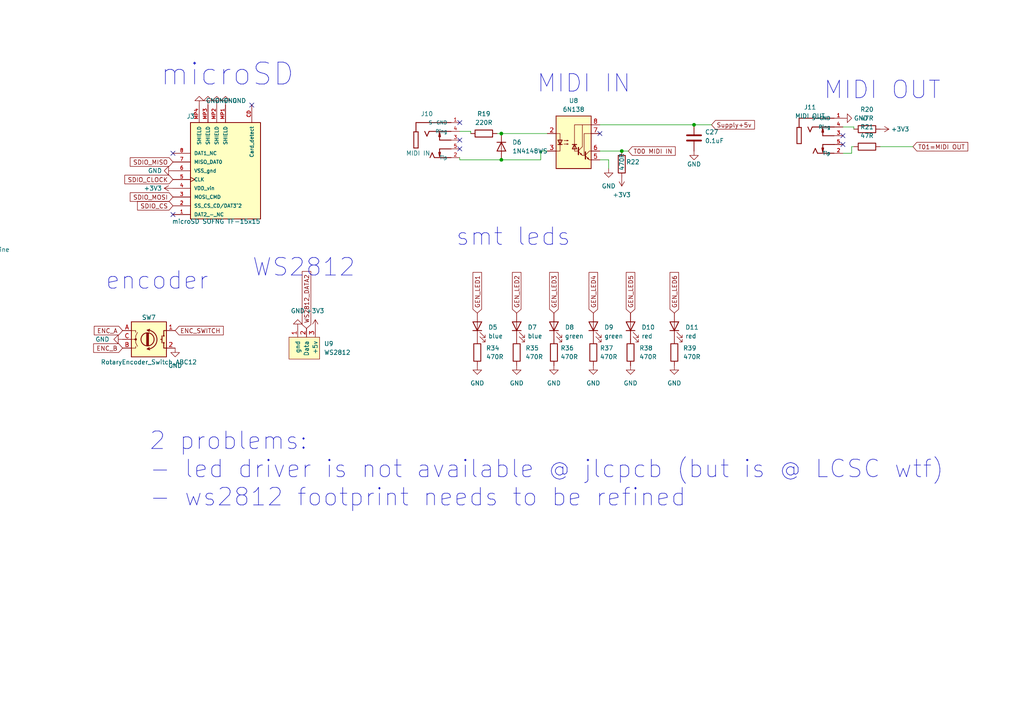
<source format=kicad_sch>
(kicad_sch (version 20211123) (generator eeschema)
  (paper "A4")
  (junction (at 414.655 113.665))
  (junction (at -215.9 385.445))
  (junction (at -184.15 266.065))
  (junction (at 191.77 402.59))
  (junction (at -207.645 20.32))
  (junction (at 201.295 36.195))
  (junction (at -215.9 339.725))
  (junction (at -183.515 319.405))
  (junction (at -116.205 -17.78))
  (junction (at 64.77 347.345))
  (junction (at 182.245 -41.275))
  (junction (at -193.04 263.525))
  (junction (at 267.97 387.35))
  (junction (at -60.325 -17.78))
  (junction (at 252.73 387.35))
  (junction (at 393.7 5.08))
  (junction (at 179.705 -41.275))
  (junction (at 414.655 106.045))
  (junction (at 222.25 402.59))
  (junction (at -215.9 387.985))
  (junction (at 207.01 402.59))
  (junction (at -184.785 38.1))
  (junction (at -184.785 10.16))
  (junction (at -198.12 2.54))
  (junction (at 237.49 387.35))
  (junction (at -214.63 113.03))
  (junction (at -180.975 413.385))
  (junction (at -102.87 -17.78))
  (junction (at -175.895 327.025))
  (junction (at 180.34 43.815))
  (junction (at -173.355 327.025))
  (junction (at -87.63 -17.78))
  (junction (at -183.515 413.385))
  (junction (at -174.625 24.13))
  (junction (at 161.29 387.35))
  (junction (at 145.415 38.735))
  (junction (at -201.295 339.725))
  (junction (at -130.81 13.97))
  (junction (at -178.435 318.77))
  (junction (at 176.53 402.59))
  (junction (at -215.9 377.825))
  (junction (at -178.435 413.385))
  (junction (at -199.39 113.03))
  (junction (at 145.415 46.355))
  (junction (at -118.745 6.35))
  (junction (at -168.275 113.03))
  (junction (at 207.01 387.35))
  (junction (at -215.9 380.365))
  (junction (at 380.365 5.08))
  (junction (at 394.335 32.385))
  (junction (at 222.25 387.35))
  (junction (at 191.77 387.35))
  (junction (at -215.9 382.905))
  (junction (at 381 32.385))
  (junction (at 361.95 32.385))
  (junction (at 161.29 374.015))
  (junction (at 252.73 402.59))
  (junction (at -173.355 421.005))
  (junction (at 283.21 402.59))
  (junction (at -183.515 210.82))
  (junction (at -201.295 365.125))
  (junction (at -162.56 38.1))
  (junction (at -184.15 113.03))
  (junction (at 237.49 402.59))
  (junction (at 399.415 113.665))
  (junction (at -207.645 2.54))
  (junction (at 399.415 64.77))
  (junction (at 283.21 387.35))
  (junction (at -215.9 375.285))
  (junction (at -130.81 6.35))
  (junction (at -201.295 370.205))
  (junction (at 176.53 387.35))
  (junction (at -174.625 213.36))
  (junction (at -165.1 327.025))
  (junction (at 161.29 402.59))
  (junction (at 403.225 67.31))
  (junction (at 267.97 402.59))
  (junction (at -201.295 367.665))
  (junction (at 414.655 121.285))
  (junction (at -174.625 38.1))
  (junction (at -130.81 -17.78))
  (junction (at 394.97 382.905))
  (junction (at -130.81 21.59))
  (no_connect (at 378.46 360.045))
  (no_connect (at 244.475 39.37))
  (no_connect (at 244.475 41.91))
  (no_connect (at 133.35 43.18))
  (no_connect (at 133.35 40.64))
  (no_connect (at 73.025 30.48))
  (no_connect (at 50.165 44.45))
  (no_connect (at 50.165 62.23))
  (no_connect (at 173.99 38.735))
  (no_connect (at -36.195 104.775))
  (no_connect (at -36.195 99.695))
  (no_connect (at 396.24 334.645))
  (no_connect (at 77.47 391.16))
  (no_connect (at 77.47 388.62))
  (no_connect (at -92.075 133.985))
  (no_connect (at -92.075 136.525))
  (no_connect (at -92.075 186.055))
  (no_connect (at -92.075 97.155))
  (no_connect (at -92.075 92.075))
  (no_connect (at -92.075 83.82))
  (no_connect (at -92.075 86.36))
  (no_connect (at 211.455 -28.575))
  (no_connect (at -92.075 114.3))
  (no_connect (at -36.195 107.95))
  (no_connect (at -92.075 163.195))
  (no_connect (at 411.48 64.77))
  (no_connect (at 411.48 67.31))
  (no_connect (at -36.195 133.35))
  (no_connect (at -36.195 135.89))
  (no_connect (at -36.195 97.155))
  (no_connect (at 211.455 -33.655))
  (no_connect (at 211.455 -31.115))
  (no_connect (at 211.455 -26.035))
  (no_connect (at 211.455 -23.495))
  (no_connect (at 62.865 274.955))
  (no_connect (at 45.085 274.955))
  (no_connect (at -92.075 160.655))
  (no_connect (at 133.35 35.56))
  (no_connect (at 359.41 72.39))
  (wire (pts (xy -67.31 359.41) (xy -48.26 359.41)))
  (wire (pts (xy -178.435 7.62) (xy -181.61 7.62)))
  (wire (pts (xy -177.8 263.525) (xy -193.04 263.525)))
  (wire (pts (xy 27.94 378.46) (xy 27.94 381)))
  (wire (pts (xy -130.81 6.35) (xy -118.745 6.35)))
  (wire (pts (xy 370.205 360.045) (xy 370.205 391.16)))
  (wire (pts (xy -166.37 115.57) (xy -168.275 115.57)))
  (wire (pts (xy -132.08 422.275) (xy -168.275 422.275)))
  (wire (pts (xy 384.81 80.01) (xy 388.62 80.01)))
  (wire (pts (xy 179.705 -41.275) (xy 182.245 -41.275)))
  (wire (pts (xy -212.09 2.54) (xy -207.645 2.54)))
  (wire (pts (xy -170.815 347.345) (xy -170.815 332.74)))
  (wire (pts (xy -153.035 370.205) (xy -133.985 370.205)))
  (wire (pts (xy 401.32 391.795) (xy 401.32 382.905)))
  (wire (pts (xy -215.9 382.905) (xy -215.9 385.445)))
  (wire (pts (xy -180.975 347.345) (xy -180.975 327.025)))
  (wire (pts (xy -208.28 385.445) (xy -193.675 385.445)))
  (wire (pts (xy -50.8 421.64) (xy -165.735 421.64)))
  (wire (pts (xy -181.61 7.62) (xy -181.61 24.13)))
  (wire (pts (xy 421.64 393.065) (xy 421.64 360.045)))
  (wire (pts (xy -135.255 420.37) (xy -163.195 420.37)))
  (wire (pts (xy 201.295 36.195) (xy 206.375 36.195)))
  (wire (pts (xy 407.035 69.85) (xy 411.48 69.85)))
  (wire (pts (xy 133.35 38.1) (xy 136.525 38.1)))
  (wire (pts (xy 183.515 -33.655) (xy 72.39 -33.655)))
  (wire (pts (xy -207.645 2.54) (xy -198.12 2.54)))
  (wire (pts (xy -196.215 10.16) (xy -184.785 10.16)))
  (wire (pts (xy -183.515 413.385) (xy -180.975 413.385)))
  (wire (pts (xy -181.61 24.13) (xy -174.625 24.13)))
  (wire (pts (xy -48.26 359.41) (xy -48.26 380.365)))
  (wire (pts (xy 407.035 67.31) (xy 407.035 69.85)))
  (wire (pts (xy -160.655 421.005) (xy -160.655 405.765)))
  (wire (pts (xy -215.9 380.365) (xy -215.9 382.905)))
  (wire (pts (xy 173.355 -41.275) (xy 179.705 -41.275)))
  (wire (pts (xy -184.785 38.1) (xy -174.625 38.1)))
  (wire (pts (xy 346.71 72.39) (xy 346.71 67.31)))
  (wire (pts (xy 367.665 393.7) (xy 422.91 393.7)))
  (wire (pts (xy -87.63 -17.78) (xy -60.325 -17.78)))
  (wire (pts (xy -184.785 5.08) (xy -178.435 5.08)))
  (wire (pts (xy 159.385 -27.305) (xy 159.385 -26.035)))
  (wire (pts (xy 343.535 72.39) (xy 346.71 72.39)))
  (wire (pts (xy -168.275 113.03) (xy -166.37 113.03)))
  (wire (pts (xy -134.62 219.075) (xy -128.27 219.075)))
  (wire (pts (xy -198.12 20.32) (xy -207.645 20.32)))
  (wire (pts (xy -208.28 380.365) (xy -193.675 380.365)))
  (wire (pts (xy -135.89 372.11) (xy -135.89 367.665)))
  (wire (pts (xy 396.24 32.385) (xy 394.335 32.385)))
  (wire (pts (xy 351.155 82.55) (xy 359.41 82.55)))
  (wire (pts (xy -174.625 213.36) (xy -188.595 213.36)))
  (wire (pts (xy 93.345 -31.115) (xy 93.345 -28.575)))
  (wire (pts (xy 381 32.385) (xy 379.095 32.385)))
  (wire (pts (xy 84.455 370.84) (xy 77.47 370.84)))
  (wire (pts (xy -180.975 413.385) (xy -178.435 413.385)))
  (wire (pts (xy 384.81 85.09) (xy 393.7 85.09)))
  (wire (pts (xy 393.7 330.2) (xy 393.7 334.645)))
  (wire (pts (xy -215.9 387.985) (xy -215.9 385.445)))
  (wire (pts (xy -67.31 372.11) (xy -51.435 372.11)))
  (wire (pts (xy -128.27 372.11) (xy -135.89 372.11)))
  (wire (pts (xy -178.435 413.385) (xy -175.895 413.385)))
  (wire (pts (xy 414.655 121.285) (xy 424.815 121.285)))
  (wire (pts (xy 173.99 36.195) (xy 201.295 36.195)))
  (wire (pts (xy -188.595 319.405) (xy -183.515 319.405)))
  (wire (pts (xy -184.785 10.16) (xy -184.785 5.08)))
  (wire (pts (xy -51.435 396.875) (xy -134.62 396.875)))
  (wire (pts (xy -138.43 3.81) (xy -145.415 3.81)))
  (wire (pts (xy 182.245 -41.275) (xy 183.515 -41.275)))
  (wire (pts (xy -183.515 319.405) (xy -183.515 347.345)))
  (wire (pts (xy -165.1 328.93) (xy -165.1 327.025)))
  (wire (pts (xy 77.47 386.08) (xy 84.455 386.08)))
  (wire (pts (xy 182.245 -38.735) (xy 182.245 -41.275)))
  (wire (pts (xy -184.15 113.03) (xy -168.275 113.03)))
  (wire (pts (xy -137.16 351.79) (xy -137.16 372.745)))
  (wire (pts (xy 72.39 -33.655) (xy 72.39 -27.305)))
  (wire (pts (xy 332.105 64.77) (xy 335.915 64.77)))
  (wire (pts (xy -137.16 372.745) (xy -153.035 372.745)))
  (wire (pts (xy 136.525 38.1) (xy 136.525 38.735)))
  (wire (pts (xy 332.105 80.01) (xy 335.915 80.01)))
  (wire (pts (xy 173.99 46.355) (xy 176.53 46.355)))
  (wire (pts (xy -215.9 339.725) (xy -215.9 375.285)))
  (wire (pts (xy 111.125 -28.575) (xy 111.125 -27.94)))
  (wire (pts (xy 222.25 402.59) (xy 237.49 402.59)))
  (wire (pts (xy 369.57 92.71) (xy 369.57 101.6)))
  (wire (pts (xy 84.455 363.22) (xy 77.47 363.22)))
  (wire (pts (xy -152.4 38.1) (xy -152.4 19.685)))
  (wire (pts (xy -173.355 424.815) (xy -173.355 421.005)))
  (wire (pts (xy -145.415 8.89) (xy -137.795 8.89)))
  (wire (pts (xy -178.435 318.77) (xy -178.435 347.345)))
  (wire (pts (xy 161.29 368.935) (xy 161.29 374.015)))
  (wire (pts (xy -301.625 21.59) (xy -292.735 21.59)))
  (wire (pts (xy -199.39 113.03) (xy -184.15 113.03)))
  (wire (pts (xy 12.7 373.38) (xy 12.7 370.84)))
  (wire (pts (xy -196.215 34.29) (xy -196.215 38.1)))
  (wire (pts (xy 252.73 387.35) (xy 267.97 387.35)))
  (wire (pts (xy 64.77 342.265) (xy 64.77 347.345)))
  (wire (pts (xy 394.335 32.385) (xy 381 32.385)))
  (wire (pts (xy -173.355 327.025) (xy -165.1 327.025)))
  (wire (pts (xy -60.325 -17.78) (xy -50.8 -17.78)))
  (wire (pts (xy 353.06 354.965) (xy 378.46 354.965)))
  (wire (pts (xy 351.79 32.385) (xy 361.95 32.385)))
  (wire (pts (xy 159.385 -26.035) (xy 183.515 -26.035)))
  (wire (pts (xy 351.79 69.85) (xy 359.41 69.85)))
  (wire (pts (xy 399.415 62.23) (xy 411.48 62.23)))
  (wire (pts (xy 156.845 46.355) (xy 156.845 43.815)))
  (wire (pts (xy 176.53 387.35) (xy 191.77 387.35)))
  (wire (pts (xy -118.745 6.35) (xy -109.855 6.35)))
  (wire (pts (xy 144.145 38.735) (xy 145.415 38.735)))
  (wire (pts (xy 267.97 387.35) (xy 283.21 387.35)))
  (wire (pts (xy 384.81 87.63) (xy 388.62 87.63)))
  (wire (pts (xy 247.015 42.545) (xy 247.015 44.45)))
  (wire (pts (xy -48.26 380.365) (xy -153.035 380.365)))
  (wire (pts (xy -214.63 113.03) (xy -199.39 113.03)))
  (wire (pts (xy 353.06 365.125) (xy 369.57 365.125)))
  (wire (pts (xy -193.04 263.525) (xy -198.12 263.525)))
  (wire (pts (xy -128.27 351.79) (xy -137.16 351.79)))
  (wire (pts (xy -132.08 369.57) (xy -132.08 422.275)))
  (wire (pts (xy -163.195 339.09) (xy -44.45 339.09)))
  (wire (pts (xy -134.62 365.125) (xy -153.035 365.125)))
  (wire (pts (xy 369.57 362.585) (xy 369.57 332.105)))
  (wire (pts (xy -49.53 375.285) (xy -153.035 375.285)))
  (wire (pts (xy 84.455 368.3) (xy 77.47 368.3)))
  (wire (pts (xy 64.77 347.345) (xy 64.77 358.14)))
  (wire (pts (xy 64.77 347.345) (xy 78.105 347.345)))
  (wire (pts (xy -50.8 364.49) (xy -50.8 421.64)))
  (wire (pts (xy 403.86 5.08) (xy 393.7 5.08)))
  (wire (pts (xy -163.195 339.09) (xy -163.195 347.345)))
  (wire (pts (xy -208.28 382.905) (xy -193.675 382.905)))
  (wire (pts (xy 183.515 -28.575) (xy 111.125 -28.575)))
  (wire (pts (xy -207.645 17.78) (xy -207.645 20.32)))
  (wire (pts (xy 283.21 387.35) (xy 298.45 387.35)))
  (wire (pts (xy -198.12 10.16) (xy -198.12 20.32)))
  (wire (pts (xy -175.895 347.345) (xy -175.895 327.025)))
  (wire (pts (xy 373.38 362.585) (xy 378.46 362.585)))
  (wire (pts (xy -173.355 210.82) (xy -183.515 210.82)))
  (wire (pts (xy 145.415 46.355) (xy 156.845 46.355)))
  (wire (pts (xy 161.29 374.015) (xy 161.29 387.35)))
  (wire (pts (xy -215.9 377.825) (xy -215.9 380.365)))
  (wire (pts (xy -307.975 19.05) (xy -299.72 19.05)))
  (wire (pts (xy 368.3 370.205) (xy 368.3 393.065)))
  (wire (pts (xy -48.895 354.33) (xy -48.895 377.825)))
  (wire (pts (xy -47.625 382.905) (xy -153.035 382.905)))
  (wire (pts (xy 252.73 402.59) (xy 267.97 402.59)))
  (wire (pts (xy -173.355 213.36) (xy -174.625 213.36)))
  (wire (pts (xy -177.8 266.065) (xy -184.15 266.065)))
  (wire (pts (xy 399.415 64.77) (xy 399.415 62.23)))
  (wire (pts (xy -137.795 8.89) (xy -137.795 13.97)))
  (wire (pts (xy 353.06 367.665) (xy 368.935 367.665)))
  (wire (pts (xy 399.415 64.77) (xy 399.415 76.2)))
  (wire (pts (xy -51.435 372.11) (xy -51.435 396.875)))
  (wire (pts (xy 145.415 38.735) (xy 158.75 38.735)))
  (wire (pts (xy -201.295 367.665) (xy -201.295 370.205)))
  (wire (pts (xy -183.515 210.82) (xy -188.595 210.82)))
  (wire (pts (xy 399.415 121.285) (xy 414.655 121.285)))
  (wire (pts (xy -173.355 421.005) (xy -173.355 405.765)))
  (wire (pts (xy -174.625 24.13) (xy -174.625 26.67)))
  (wire (pts (xy -67.31 361.95) (xy -47.625 361.95)))
  (wire (pts (xy 361.95 32.385) (xy 363.855 32.385)))
  (wire (pts (xy 247.015 44.45) (xy 244.475 44.45)))
  (wire (pts (xy 422.91 357.505) (xy 419.1 357.505)))
  (wire (pts (xy 393.7 5.08) (xy 380.365 5.08)))
  (wire (pts (xy 264.795 42.545) (xy 255.27 42.545)))
  (wire (pts (xy 179.705 -36.195) (xy 179.705 -41.275)))
  (wire (pts (xy -49.53 351.79) (xy -49.53 375.285)))
  (wire (pts (xy 392.43 64.77) (xy 399.415 64.77)))
  (wire (pts (xy 394.97 382.905) (xy 396.24 382.905)))
  (wire (pts (xy 363.855 34.925) (xy 361.95 34.925)))
  (wire (pts (xy 35.56 383.54) (xy 35.56 388.62)))
  (wire (pts (xy 222.25 387.35) (xy 237.49 387.35)))
  (wire (pts (xy -135.255 354.33) (xy -135.255 420.37)))
  (wire (pts (xy 191.77 387.35) (xy 207.01 387.35)))
  (wire (pts (xy 247.65 36.83) (xy 247.65 37.465)))
  (wire (pts (xy -135.89 367.665) (xy -153.035 367.665)))
  (wire (pts (xy -201.295 370.205) (xy -201.295 372.745)))
  (wire (pts (xy 351.79 69.85) (xy 351.79 80.01)))
  (wire (pts (xy 353.06 362.585) (xy 369.57 362.585)))
  (wire (pts (xy 237.49 402.59) (xy 252.73 402.59)))
  (wire (pts (xy -183.515 316.865) (xy -183.515 319.405)))
  (wire (pts (xy 353.06 360.045) (xy 370.205 360.045)))
  (wire (pts (xy 191.77 402.59) (xy 207.01 402.59)))
  (wire (pts (xy 161.29 402.59) (xy 176.53 402.59)))
  (wire (pts (xy -128.27 354.33) (xy -135.255 354.33)))
  (wire (pts (xy 176.53 402.59) (xy 191.77 402.59)))
  (wire (pts (xy -168.275 115.57) (xy -168.275 113.03)))
  (wire (pts (xy -133.985 367.03) (xy -128.27 367.03)))
  (wire (pts (xy 384.81 72.39) (xy 388.62 72.39)))
  (wire (pts (xy 368.3 393.065) (xy 421.64 393.065)))
  (wire (pts (xy -208.28 375.285) (xy -193.675 375.285)))
  (wire (pts (xy 130.175 -27.305) (xy 159.385 -27.305)))
  (wire (pts (xy -178.435 313.69) (xy -178.435 318.77)))
  (wire (pts (xy -152.4 19.685) (xy -178.435 19.685)))
  (wire (pts (xy -173.355 327.025) (xy -173.355 347.345)))
  (wire (pts (xy -44.45 339.09) (xy -44.45 367.03)))
  (wire (pts (xy 369.57 101.6) (xy 388.62 101.6)))
  (wire (pts (xy 368.935 392.43) (xy 421.005 392.43)))
  (wire (pts (xy 343.535 64.77) (xy 359.41 64.77)))
  (wire (pts (xy -134.62 396.875) (xy -134.62 365.125)))
  (wire (pts (xy -174.625 34.29) (xy -174.625 38.1)))
  (wire (pts (xy 414.655 101.6) (xy 414.655 106.045)))
  (wire (pts (xy 133.35 46.355) (xy 133.35 45.72)))
  (wire (pts (xy 161.29 374.015) (xy 174.625 374.015)))
  (wire (pts (xy -130.81 21.59) (xy -118.745 21.59)))
  (wire (pts (xy 367.665 372.745) (xy 367.665 393.7)))
  (wire (pts (xy 244.475 36.83) (xy 247.65 36.83)))
  (wire (pts (xy -184.15 266.065) (xy -198.12 266.065)))
  (wire (pts (xy -201.295 339.725) (xy -201.295 365.125)))
  (wire (pts (xy 332.105 72.39) (xy 335.915 72.39)))
  (wire (pts (xy -118.745 21.59) (xy -118.745 13.97)))
  (wire (pts (xy 422.91 393.7) (xy 422.91 357.505)))
  (wire (pts (xy -201.295 365.125) (xy -201.295 367.665)))
  (wire (pts (xy -128.27 359.41) (xy -136.525 359.41)))
  (wire (pts (xy -132.715 361.95) (xy -132.715 387.985)))
  (wire (pts (xy 353.06 357.505) (xy 378.46 357.505)))
  (wire (pts (xy 207.01 402.59) (xy 222.25 402.59)))
  (wire (pts (xy 161.29 387.35) (xy 176.53 387.35)))
  (wire (pts (xy 393.7 85.09) (xy 393.7 101.6)))
  (wire (pts (xy 421.005 392.43) (xy 421.005 362.585)))
  (wire (pts (xy 414.655 113.665) (xy 399.415 113.665)))
  (wire (pts (xy 368.935 367.665) (xy 368.935 392.43)))
  (wire (pts (xy -67.31 364.49) (xy -50.8 364.49)))
  (wire (pts (xy -67.31 354.33) (xy -48.895 354.33)))
  (wire (pts (xy -128.27 364.49) (xy -133.35 364.49)))
  (wire (pts (xy -184.785 26.67) (xy -184.785 10.16)))
  (wire (pts (xy -215.9 413.385) (xy -215.9 387.985)))
  (wire (pts (xy -47.625 361.95) (xy -47.625 382.905)))
  (wire (pts (xy 369.57 332.105) (xy 403.86 332.105)))
  (wire (pts (xy 353.06 370.205) (xy 368.3 370.205)))
  (wire (pts (xy -170.815 332.74) (xy -143.51 332.74)))
  (wire (pts (xy 183.515 -38.735) (xy 182.245 -38.735)))
  (wire (pts (xy -128.27 361.95) (xy -132.715 361.95)))
  (wire (pts (xy 373.38 362.585) (xy 373.38 364.49)))
  (wire (pts (xy 380.365 5.08) (xy 379.095 5.08)))
  (wire (pts (xy -174.625 24.13) (xy -162.56 24.13)))
  (wire (pts (xy 403.225 67.31) (xy 407.035 67.31)))
  (wire (pts (xy -138.43 -17.78) (xy -138.43 3.81)))
  (wire (pts (xy 267.97 402.59) (xy 283.21 402.59)))
  (wire (pts (xy -130.81 -17.78) (xy -116.205 -17.78)))
  (wire (pts (xy -145.415 11.43) (xy -144.145 11.43)))
  (wire (pts (xy -215.9 339.725) (xy -217.805 339.725)))
  (wire (pts (xy -132.715 387.985) (xy -153.035 387.985)))
  (wire (pts (xy -198.12 2.54) (xy -178.435 2.54)))
  (wire (pts (xy -132.715 6.35) (xy -130.81 6.35)))
  (wire (pts (xy 283.21 402.59) (xy 298.45 402.59)))
  (wire (pts (xy 388.62 101.6) (xy 388.62 95.25)))
  (wire (pts (xy -48.895 377.825) (xy -153.035 377.825)))
  (wire (pts (xy 346.71 67.31) (xy 359.41 67.31)))
  (wire (pts (xy -170.815 405.765) (xy -170.815 421.005)))
  (wire (pts (xy -201.295 387.985) (xy -215.9 387.985)))
  (wire (pts (xy -67.31 351.79) (xy -49.53 351.79)))
  (wire (pts (xy 77.47 383.54) (xy 84.455 383.54)))
  (wire (pts (xy 403.225 67.31) (xy 403.225 81.915)))
  (wire (pts (xy 369.57 391.795) (xy 401.32 391.795)))
  (wire (pts (xy 247.65 42.545) (xy 247.015 42.545)))
  (wire (pts (xy 369.57 365.125) (xy 369.57 391.795)))
  (wire (pts (xy -180.975 327.025) (xy -175.895 327.025)))
  (wire (pts (xy -299.72 13.97) (xy -285.115 13.97)))
  (wire (pts (xy -178.435 19.685) (xy -178.435 10.16)))
  (wire (pts (xy 370.205 391.16) (xy 432.435 391.16)))
  (wire (pts (xy -128.27 369.57) (xy -132.08 369.57)))
  (wire (pts (xy 176.53 46.355) (xy 176.53 48.895)))
  (wire (pts (xy 183.515 -31.115) (xy 93.345 -31.115)))
  (wire (pts (xy -133.35 364.49) (xy -133.35 385.445)))
  (wire (pts (xy 237.49 387.35) (xy 252.73 387.35)))
  (wire (pts (xy -116.205 -17.78) (xy -102.87 -17.78)))
  (wire (pts (xy 353.06 372.745) (xy 367.665 372.745)))
  (wire (pts (xy 52.07 373.38) (xy 12.7 373.38)))
  (wire (pts (xy 393.7 382.905) (xy 394.97 382.905)))
  (wire (pts (xy -136.525 359.41) (xy -136.525 421.005)))
  (wire (pts (xy 351.79 80.01) (xy 343.535 80.01)))
  (wire (pts (xy 432.435 391.16) (xy 432.435 354.965)))
  (wire (pts (xy 394.97 382.905) (xy 394.97 385.445)))
  (wire (pts (xy 84.455 373.38) (xy 77.47 373.38)))
  (wire (pts (xy -215.9 375.285) (xy -215.9 377.825)))
  (wire (pts (xy -168.275 422.275) (xy -168.275 405.765)))
  (wire (pts (xy 361.95 34.925) (xy 361.95 32.385)))
  (wire (pts (xy 421.005 362.585) (xy 419.1 362.585)))
  (wire (pts (xy 77.47 378.46) (xy 84.455 378.46)))
  (wire (pts (xy -196.215 38.1) (xy -184.785 38.1)))
  (wire (pts (xy -170.815 421.005) (xy -173.355 421.005)))
  (wire (pts (xy 52.07 378.46) (xy 27.94 378.46)))
  (wire (pts (xy 183.515 -36.195) (xy 179.705 -36.195)))
  (wire (pts (xy -163.195 420.37) (xy -163.195 405.765)))
  (wire (pts (xy -102.87 -17.78) (xy -87.63 -17.78)))
  (wire (pts (xy 403.86 332.105) (xy 403.86 334.645)))
  (wire (pts (xy -133.35 385.445) (xy -153.035 385.445)))
  (wire (pts (xy -165.1 327.025) (xy -165.1 326.39)))
  (wire (pts (xy -178.435 318.77) (xy -165.1 318.77)))
  (wire (pts (xy -36.195 94.615) (xy -26.67 94.615)))
  (wire (pts (xy 392.43 67.31) (xy 403.225 67.31)))
  (wire (pts (xy 52.07 383.54) (xy 35.56 383.54)))
  (wire (pts (xy 77.47 381) (xy 84.455 381)))
  (wire (pts (xy 44.45 388.62) (xy 52.07 388.62)))
  (wire (pts (xy -162.56 35.56) (xy -162.56 38.1)))
  (wire (pts (xy -184.785 34.29) (xy -184.785 38.1)))
  (wire (pts (xy 84.455 375.92) (xy 77.47 375.92)))
  (wire (pts (xy -300.355 8.89) (xy -285.115 8.89)))
  (wire (pts (xy 156.845 43.815) (xy 158.75 43.815)))
  (wire (pts (xy -133.985 370.205) (xy -133.985 367.03)))
  (wire (pts (xy 145.415 46.355) (xy 133.35 46.355)))
  (wire (pts (xy -186.055 339.725) (xy -201.295 339.725)))
  (wire (pts (xy -292.1 19.05) (xy -285.115 19.05)))
  (wire (pts (xy -130.81 -17.78) (xy -138.43 -17.78)))
  (wire (pts (xy 399.415 106.045) (xy 414.655 106.045)))
  (wire (pts (xy 432.435 354.965) (xy 419.1 354.965)))
  (wire (pts (xy 207.01 387.35) (xy 222.25 387.35)))
  (wire (pts (xy -208.28 377.825) (xy -193.675 377.825)))
  (wire (pts (xy -165.735 421.64) (xy -165.735 405.765)))
  (wire (pts (xy 84.455 365.76) (xy 77.47 365.76)))
  (wire (pts (xy -144.145 11.43) (xy -144.145 12.7)))
  (wire (pts (xy 173.99 43.815) (xy 180.34 43.815)))
  (wire (pts (xy -201.295 339.725) (xy -215.9 339.725)))
  (wire (pts (xy -231.775 113.03) (xy -214.63 113.03)))
  (wire (pts (xy -136.525 421.005) (xy -160.655 421.005)))
  (wire (pts (xy -174.625 38.1) (xy -162.56 38.1)))
  (wire (pts (xy -67.31 367.03) (xy -44.45 367.03)))
  (wire (pts (xy -175.895 327.025) (xy -173.355 327.025)))
  (wire (pts (xy -196.215 26.67) (xy -196.215 10.16)))
  (wire (pts (xy 399.415 113.665) (xy 391.795 113.665)))
  (wire (pts (xy -137.795 13.97) (xy -130.81 13.97)))
  (wire (pts (xy 180.34 43.815) (xy 182.245 43.815)))
  (wire (pts (xy -207.645 20.32) (xy -207.645 22.225)))
  (wire (pts (xy 421.64 360.045) (xy 419.1 360.045)))
  (wire (pts (xy -162.56 38.1) (xy -152.4 38.1)))
  (wire (pts (xy 393.7 101.6) (xy 414.655 101.6)))
  (wire (pts (xy -162.56 27.94) (xy -162.56 24.13)))
  (wire (pts (xy -183.515 413.385) (xy -215.9 413.385)))
  (wire (pts (xy -217.805 339.725) (xy -217.805 331.47)))
  (text "battery charge and 5v reg" (at -196.85 -25.4 0) (effects (font (size 6.35 6.35)) (justify left bottom)))
  (text "MIDI IN" (at 155.575 27.305 0) (effects (font (size 5.08 5.08)) (justify left bottom)))
  (text "MPR121, 0x5A i2c\nbuilt-in slider" (at 7.62 334.01 0) (effects (font (size 6.35 6.35)) (justify left bottom)))
  (text "PCA9554APW,118 0x38\nbuilt-in" (at 153.035 -59.055 0) (effects (font (size 6.35 6.35)) (justify left bottom)))
  (text "2 problems:\n- led driver is not available @ jlcpcb (but is @ LCSC wtf)\n- ws2812 footprint needs to be refined" (at 43.18 147.32 0) (effects (font (size 5.08 5.08)) (justify left bottom)))
  (text "encoder" (at 30.48 84.455 0) (effects (font (size 5.08 5.08)) (justify left bottom)))
  (text "3.3v REG" (at -231.14 97.155 0) (effects (font (size 6.35 6.35)) (justify left bottom)))
  (text "microSD" (at 46.355 25.4 0) (effects (font (size 6.35 6.35)) (justify left bottom)))
  (text "smt leds" (at 132.08 71.755 0) (effects (font (size 5.08 5.08)) (justify left bottom)))
  (text "HEADERs" (at -189.23 194.31 0) (effects (font (size 6.35 6.35)) (justify left bottom)))
  (text "CapSense, i2c 0x37" (at 347.98 290.195 0) (effects (font (size 6.35 6.35)) (justify left bottom)))
  (text "WS2812" (at 73.025 80.645 0) (effects (font (size 5.08 5.08)) (justify left bottom)))
  (text "see also dev board schematic @ \nhttps://www.lumissil.com/assets/pdf/core/IS32FL3240_EB.pdf" (at -207.01 431.8 0) (effects (font (size 1.27 1.27)) (justify left bottom)))
  (text "PRESSURE, 0X28" (at 29.845 260.985 0) (effects (font (size 5.08 5.08)) (justify left bottom)))
  (text "MIDI OUT" (at 238.76 29.21 0) (effects (font (size 5.08 5.08)) (justify left bottom)))
  (text "USB-C input" (at -300.99 -23.495 0) (effects (font (size 6.35 6.35)) (justify left bottom)))
  (text "DAC - PCM5102A" (at 335.915 -4.445 0) (effects (font (size 6.35 6.35)) (justify left bottom)))
  (global_label "USB_Vin5v" (shape input) (at -212.09 2.54 180) (property "Intersheet References" "${INTERSHEET_REFS}" (effects hide)))
  (global_label "USB data in -" (shape input) (at -299.72 13.97 180) (property "Intersheet References" "${INTERSHEET_REFS}" (effects hide)))
  (global_label "USB data in -" (shape input) (at -36.195 144.78 0) (property "Intersheet References" "${INTERSHEET_REFS}" (effects hide)))
  (global_label "I2C_SDA" (shape input) (at -173.355 210.82 0) (property "Intersheet References" "${INTERSHEET_REFS}" (effects hide)))
  (global_label "I2C_SCL" (shape input) (at 211.455 -36.195 0) (property "Intersheet References" "${INTERSHEET_REFS}" (effects hide)))
  (global_label "D3v3" (shape input) (at 408.94 5.08 0) (property "Intersheet References" "${INTERSHEET_REFS}" (effects hide)))
  (global_label "SPI0_MISO" (shape input) (at -200.025 234.315 0) (property "Intersheet References" "${INTERSHEET_REFS}" (effects hide)))
  (global_label "D3v3" (shape input) (at 372.11 59.69 90) (property "Intersheet References" "${INTERSHEET_REFS}" (effects hide)))
  (global_label "enable_led_driver" (shape input) (at -36.195 185.42 0) (property "Intersheet References" "${INTERSHEET_REFS}" (effects hide)))
  (global_label "ENC_B" (shape input) (at -36.195 162.56 0) (property "Intersheet References" "${INTERSHEET_REFS}" (effects hide)))
  (global_label "Supply+5v" (shape input) (at -231.775 113.03 180) (property "Intersheet References" "${INTERSHEET_REFS}" (effects hide)))
  (global_label "WS2812_DATA2" (shape input) (at 306.07 394.97 0) (property "Intersheet References" "${INTERSHEET_REFS}" (effects hide)))
  (global_label "OLED_CS" (shape input) (at -128.27 231.775 180) (property "Intersheet References" "${INTERSHEET_REFS}" (effects hide)))
  (global_label "I2S_DIN" (shape input) (at -92.075 94.615 180) (property "Intersheet References" "${INTERSHEET_REFS}" (effects hide)))
  (global_label "SDIO_CS" (shape input) (at 50.165 59.69 180) (property "Intersheet References" "${INTERSHEET_REFS}" (effects hide)))
  (global_label "I2S_LRCK" (shape input) (at -92.075 99.695 180) (property "Intersheet References" "${INTERSHEET_REFS}" (effects hide)))
  (global_label "SDIO_MOSI" (shape input) (at -92.075 128.905 180) (property "Intersheet References" "${INTERSHEET_REFS}" (effects hide)))
  (global_label "GEN_LED5" (shape input) (at 182.88 90.805 90) (property "Intersheet References" "${INTERSHEET_REFS}" (effects hide)))
  (global_label "I2C_SDA" (shape input) (at 52.07 365.76 180) (property "Intersheet References" "${INTERSHEET_REFS}" (effects hide)))
  (global_label "SPI0_MOSI" (shape input) (at -200.025 236.855 0) (property "Intersheet References" "${INTERSHEET_REFS}" (effects hide)))
  (global_label "SDIO_MISO" (shape input) (at 50.165 46.99 180) (property "Intersheet References" "${INTERSHEET_REFS}" (effects hide)))
  (global_label "OLED_RES" (shape input) (at -36.195 167.64 0) (property "Intersheet References" "${INTERSHEET_REFS}" (effects hide)))
  (global_label "GEN_LED3" (shape input) (at -92.075 170.815 180) (property "Intersheet References" "${INTERSHEET_REFS}" (effects hide)))
  (global_label "SPI0_MISO" (shape input) (at -92.075 151.765 180) (property "Intersheet References" "${INTERSHEET_REFS}" (effects hide)))
  (global_label "I2C1_SCL" (shape input) (at -177.8 266.065 0) (property "Intersheet References" "${INTERSHEET_REFS}" (effects hide)))
  (global_label "USB data in +" (shape input) (at -300.355 8.89 180) (property "Intersheet References" "${INTERSHEET_REFS}" (effects hide)))
  (global_label "SDIO_CS" (shape input) (at -92.075 139.065 180) (property "Intersheet References" "${INTERSHEET_REFS}" (effects hide)))
  (global_label "SPI0_SCK" (shape input) (at -92.075 146.685 180) (property "Intersheet References" "${INTERSHEET_REFS}" (effects hide)))
  (global_label "I2C_SCL" (shape input) (at 398.78 334.645 90) (property "Intersheet References" "${INTERSHEET_REFS}" (effects hide)))
  (global_label "I2C_SCL" (shape input) (at -173.355 213.36 0) (property "Intersheet References" "${INTERSHEET_REFS}" (effects hide)))
  (global_label "ENC_SWITCH" (shape input) (at -36.195 157.48 0) (property "Intersheet References" "${INTERSHEET_REFS}" (effects hide)))
  (global_label "Batt+" (shape input) (at -35.56 34.925 180) (property "Intersheet References" "${INTERSHEET_REFS}" (effects hide)))
  (global_label "ENC_A" (shape input) (at 35.56 95.885 180) (property "Intersheet References" "${INTERSHEET_REFS}" (effects hide)))
  (global_label "WS2812_DATA" (shape input) (at -92.075 183.515 180) (property "Intersheet References" "${INTERSHEET_REFS}" (effects hide)))
  (global_label "T00 MIDI IN" (shape input) (at 182.245 43.815 0) (property "Intersheet References" "${INTERSHEET_REFS}" (effects hide)))
  (global_label "kingbright_dig0" (shape input) (at -67.31 356.87 0) (property "Intersheet References" "${INTERSHEET_REFS}" (effects hide)))
  (global_label "kingbright_dig1" (shape input) (at -67.31 369.57 0) (property "Intersheet References" "${INTERSHEET_REFS}" (effects hide)))
  (global_label "I2C_SCL" (shape input) (at 52.07 368.3 180) (property "Intersheet References" "${INTERSHEET_REFS}" (effects hide)))
  (global_label "T01=MIDI OUT" (shape input) (at 264.795 42.545 0) (property "Intersheet References" "${INTERSHEET_REFS}" (effects hide)))
  (global_label "ENC_SWITCH" (shape input) (at 50.8 95.885 0) (property "Intersheet References" "${INTERSHEET_REFS}" (effects hide)))
  (global_label "I2C_SDA" (shape input) (at 211.455 -38.735 0) (property "Intersheet References" "${INTERSHEET_REFS}" (effects hide)))
  (global_label "SPI0_generic1_cs" (shape input) (at -200.025 244.475 0) (property "Intersheet References" "${INTERSHEET_REFS}" (effects hide)))
  (global_label "A3v3" (shape input) (at 374.65 59.69 90) (property "Intersheet References" "${INTERSHEET_REFS}" (effects hide)))
  (global_label "T00 MIDI IN" (shape input) (at -92.075 180.975 180) (property "Intersheet References" "${INTERSHEET_REFS}" (effects hide)))
  (global_label "SPI0_MOSI" (shape input) (at -92.075 149.225 180) (property "Intersheet References" "${INTERSHEET_REFS}" (effects hide)))
  (global_label "Supply+5v" (shape input) (at -50.8 -17.78 0) (property "Intersheet References" "${INTERSHEET_REFS}" (effects hide)))
  (global_label "Supply+5v" (shape input) (at 206.375 36.195 0) (property "Intersheet References" "${INTERSHEET_REFS}" (effects hide)))
  (global_label "GEN_LED3" (shape input) (at 160.655 90.805 90) (property "Intersheet References" "${INTERSHEET_REFS}" (effects hide)))
  (global_label "I2C_SDA" (shape input) (at 62.865 278.765 0) (property "Intersheet References" "${INTERSHEET_REFS}" (effects hide)))
  (global_label "D3v3" (shape input) (at 351.79 32.385 180) (property "Intersheet References" "${INTERSHEET_REFS}" (effects hide)))
  (global_label "I2C_SCL" (shape input) (at -92.075 109.22 180) (property "Intersheet References" "${INTERSHEET_REFS}" (effects hide)))
  (global_label "SPI0_SCK" (shape input) (at -200.025 239.395 0) (property "Intersheet References" "${INTERSHEET_REFS}" (effects hide)))
  (global_label "OLED_DC" (shape input) (at -36.195 165.1 0) (property "Intersheet References" "${INTERSHEET_REFS}" (effects hide)))
  (global_label "D3v3" (shape input) (at 351.155 82.55 180) (property "Intersheet References" "${INTERSHEET_REFS}" (effects hide)))
  (global_label "kingbright_dig0" (shape input) (at -36.195 180.34 0) (property "Intersheet References" "${INTERSHEET_REFS}" (effects hide)))
  (global_label "I2S_BCK" (shape input) (at 332.105 80.01 180) (property "Intersheet References" "${INTERSHEET_REFS}" (effects hide)))
  (global_label "OLED_RES" (shape input) (at -128.27 226.695 180) (property "Intersheet References" "${INTERSHEET_REFS}" (effects hide)))
  (global_label "USB_Vin5v" (shape input) (at -285.115 26.67 180) (property "Intersheet References" "${INTERSHEET_REFS}" (effects hide)))
  (global_label "I2S_BCK" (shape input) (at -92.075 102.235 180) (property "Intersheet References" "${INTERSHEET_REFS}" (effects hide)))
  (global_label "OLED_CS" (shape input) (at -92.075 154.305 180) (property "Intersheet References" "${INTERSHEET_REFS}" (effects hide)))
  (global_label "GEN_LED5" (shape input) (at -36.195 172.72 0) (property "Intersheet References" "${INTERSHEET_REFS}" (effects hide)))
  (global_label "D3v3" (shape input) (at 424.815 121.285 0) (property "Intersheet References" "${INTERSHEET_REFS}" (effects hide)))
  (global_label "GEN_LED1" (shape input) (at 138.43 90.805 90) (property "Intersheet References" "${INTERSHEET_REFS}" (effects hide)))
  (global_label "GEN_LED6" (shape input) (at -36.195 175.26 0) (property "Intersheet References" "${INTERSHEET_REFS}" (effects hide)))
  (global_label "SDIO_CLOCK" (shape input) (at 50.165 52.07 180) (property "Intersheet References" "${INTERSHEET_REFS}" (effects hide)))
  (global_label "GEN_LED2" (shape input) (at 149.86 90.805 90) (property "Intersheet References" "${INTERSHEET_REFS}" (effects hide)))
  (global_label "A3v3" (shape input) (at 369.57 59.69 90) (property "Intersheet References" "${INTERSHEET_REFS}" (effects hide)))
  (global_label "Batt+" (shape input) (at -109.855 6.35 0) (property "Intersheet References" "${INTERSHEET_REFS}" (effects hide)))
  (global_label "OLED_DC" (shape input) (at -128.27 229.235 180) (property "Intersheet References" "${INTERSHEET_REFS}" (effects hide)))
  (global_label "I2C_SCL" (shape input) (at 62.865 282.575 0) (property "Intersheet References" "${INTERSHEET_REFS}" (effects hide)))
  (global_label "I2C_SCL" (shape input) (at -165.735 347.345 90) (property "Intersheet References" "${INTERSHEET_REFS}" (effects hide)))
  (global_label "T01=MIDI OUT" (shape input) (at -92.075 178.435 180) (property "Intersheet References" "${INTERSHEET_REFS}" (effects hide)))
  (global_label "SDIO_MISO" (shape input) (at -92.075 131.445 180) (property "Intersheet References" "${INTERSHEET_REFS}" (effects hide)))
  (global_label "Supply+5v" (shape input) (at -36.195 149.86 0) (property "Intersheet References" "${INTERSHEET_REFS}" (effects hide)))
  (global_label "I2C1_SDA" (shape input) (at -177.8 263.525 0) (property "Intersheet References" "${INTERSHEET_REFS}" (effects hide)))
  (global_label "ENC_B" (shape input) (at 35.56 100.965 180) (property "Intersheet References" "${INTERSHEET_REFS}" (effects hide)))
  (global_label "I2C1_SCL" (shape input) (at -92.075 116.84 180) (property "Intersheet References" "${INTERSHEET_REFS}" (effects hide)))
  (global_label "GEN_LED6" (shape input) (at 195.58 90.805 90) (property "Intersheet References" "${INTERSHEET_REFS}" (effects hide)))
  (global_label "I2C_SDA" (shape input) (at 401.32 334.645 90) (property "Intersheet References" "${INTERSHEET_REFS}" (effects hide)))
  (global_label "SPI0_SCK" (shape input) (at -128.27 221.615 180) (property "Intersheet References" "${INTERSHEET_REFS}" (effects hide)))
  (global_label "enable_led_driver" (shape input) (at -183.515 316.865 90) (property "Intersheet References" "${INTERSHEET_REFS}" (effects hide)))
  (global_label "GEN_LED1" (shape input) (at -92.075 168.275 180) (property "Intersheet References" "${INTERSHEET_REFS}" (effects hide)))
  (global_label "WS2812_DATA" (shape input) (at 153.67 394.97 180) (property "Intersheet References" "${INTERSHEET_REFS}" (effects hide)))
  (global_label "WS2812_DATA2" (shape input) (at 88.9 95.25 90) (property "Intersheet References" "${INTERSHEET_REFS}" (effects hide)))
  (global_label "SPI0_MOSI" (shape input) (at -128.27 224.155 180) (property "Intersheet References" "${INTERSHEET_REFS}" (effects hide)))
  (global_label "ENC_A" (shape input) (at -36.195 160.02 0) (property "Intersheet References" "${INTERSHEET_REFS}" (effects hide)))
  (global_label "SPI0_generic0_cs" (shape input) (at -200.025 241.935 0) (property "Intersheet References" "${INTERSHEET_REFS}" (effects hide)))
  (global_label "SDIO_CLOCK" (shape input) (at -92.075 126.365 180) (property "Intersheet References" "${INTERSHEET_REFS}" (effects hide)))
  (global_label "GEN_LED4" (shape input) (at -92.075 173.355 180) (property "Intersheet References" "${INTERSHEET_REFS}" (effects hide)))
  (global_label "I2S_DIN" (shape input) (at 332.105 72.39 180) (property "Intersheet References" "${INTERSHEET_REFS}" (effects hide)))
  (global_label "SPI0_generic0_cs" (shape input) (at -36.195 170.18 0) (property "Intersheet References" "${INTERSHEET_REFS}" (effects hide)))
  (global_label "I2C1_SDA" (shape input) (at -92.075 119.38 180) (property "Intersheet References" "${INTERSHEET_REFS}" (effects hide)))
  (global_label "kingbright_dig1" (shape input) (at -36.195 182.88 0) (property "Intersheet References" "${INTERSHEET_REFS}" (effects hide)))
  (global_label "I2C_SDA" (shape input) (at -92.075 111.76 180) (property "Intersheet References" "${INTERSHEET_REFS}" (effects hide)))
  (global_label "I2C_SDA" (shape input) (at -168.275 347.345 90) (property "Intersheet References" "${INTERSHEET_REFS}" (effects hide)))
  (global_label "A3v3" (shape input) (at 396.24 32.385 0) (property "Intersheet References" "${INTERSHEET_REFS}" (effects hide)))
  (global_label "SPI0_generic1_cs" (shape input) (at -36.195 177.8 0) (property "Intersheet References" "${INTERSHEET_REFS}" (effects hide)))
  (global_label "USB data in +" (shape input) (at -36.195 147.32 0) (property "Intersheet References" "${INTERSHEET_REFS}" (effects hide)))
  (global_label "GEN_LED2" (shape input) (at -92.075 165.735 180) (property "Intersheet References" "${INTERSHEET_REFS}" (effects hide)))
  (global_label "SDIO_MOSI" (shape input) (at 50.165 57.15 180) (property "Intersheet References" "${INTERSHEET_REFS}" (effects hide)))
  (global_label "I2S_LRCK" (shape input) (at 332.105 64.77 180) (property "Intersheet References" "${INTERSHEET_REFS}" (effects hide)))
  (global_label "GEN_LED4" (shape input) (at 172.085 90.805 90) (property "Intersheet References" "${INTERSHEET_REFS}" (effects hide)))
  (symbol (lib_id "power:GND") (at 244.475 34.29 90) (unit 1)
    (property "Reference" "#PWR0166" (effects hide))
    (property "Value" "GND" (at 247.65 34.2899 90) (effects (justify right)))
  )
  (symbol (lib_id "Device:R") (at 140.335 38.735 90) (unit 1)
    (property "Reference" "R19" (at 140.335 33.02 90))
    (property "Value" "220R" (at 140.335 35.56 90))
    (property "Footprint" "Resistor_SMD:R_0805_2012Metric" (effects hide))
    (property "LCSC part number" "C17557" (effects hide))
    (property "verif" "1" (effects hide))
  )
  (symbol (lib_id "power:GND") (at 130.175 -17.145 0) (unit 1)
    (property "Reference" "#PWR0187" (effects hide))
    (property "Value" "GND" (at 130.175 -10.795 0))
  )
  (symbol (lib_id "clarinoid2:Placeholder") (at -25.4 69.85 0) (unit 1) (in_bom no)
    (property "Reference" "U2" (at -13.97 69.8499 0) (effects (justify left)))
    (property "Value" "Micromod outline" (at -13.97 72.3899 0) (effects (justify left)))
    (property "Footprint" "clarinoid2:Teensy_4.0_MicroMod outline fab" (effects hide))
    (property "LCSC part number" "-" (effects hide))
    (property "verif" "1" (effects hide))
  )
  (symbol (lib_id "Device:R") (at -188.595 323.215 0) (unit 1)
    (property "Reference" "R16" (at -185.42 321.9449 0) (effects (justify left)))
    (property "Value" "100k" (at -185.42 324.4849 0) (effects (justify left)))
    (property "Footprint" "Resistor_SMD:R_0402_1005Metric" (effects hide))
    (property "LCSC part number" "C25741" (effects hide))
    (property "verif" "1" (effects hide))
  )
  (symbol (lib_id "Device:C") (at 44.45 392.43 0) (unit 1)
    (property "Reference" "C24" (at 48.895 391.1599 0) (effects (justify left)))
    (property "Value" "0.1uF" (at 48.895 393.6999 0) (effects (justify left)))
    (property "Footprint" "Capacitor_SMD:C_0402_1005Metric" (effects hide))
    (property "LCSC part number" "C1525" (effects hide))
    (property "verif" "1" (effects hide))
  )
  (symbol (lib_id "power:GND") (at -36.195 116.205 90) (unit 1)
    (property "Reference" "#PWR0129" (effects hide))
    (property "Value" "GND" (at -33.02 116.2049 90) (effects (justify right)))
  )
  (symbol (lib_id "clarinoid2:SSD1306") (at -123.19 224.155 0) (unit 1)
    (property "Reference" "J12" (at -115.57 222.8849 0) (effects (justify left)))
    (property "Value" "SSD1306" (at -115.57 225.4249 0) (effects (justify left)))
    (property "Footprint" "Connector_PinSocket_2.54mm:PinSocket_1x07_P2.54mm_Vertical" (effects hide))
    (property "LCSC part number" "C358721" (effects hide))
    (property "verif" "1" (effects hide))
  )
  (symbol (lib_id "power:GND") (at -269.875 -11.43 180) (unit 1)
    (property "Reference" "#PWR0135" (effects hide))
    (property "Value" "GND" (at -269.875 -15.875 0))
  )
  (symbol (lib_id "Device:LED") (at 195.58 94.615 90) (unit 1)
    (property "Reference" "D11" (at 198.755 94.9324 90) (effects (justify right)))
    (property "Value" "red" (at 198.755 97.4724 90) (effects (justify right)))
    (property "Footprint" "LED_SMD:LED_0603_1608Metric" (effects hide))
    (property "LCSC part number" "C72044" (effects hide))
    (property "verif" "1" (effects hide))
  )
  (symbol (lib_id "power:GND") (at 394.335 40.005 0) (unit 1)
    (property "Reference" "#PWR0105" (effects hide))
    (property "Value" "GND" (at 394.335 45.72 0))
  )
  (symbol (lib_id "power:GND") (at 174.625 381.635 0) (unit 1)
    (property "Reference" "#PWR0192" (effects hide))
    (property "Value" "GND" (at 176.53 382.9049 0) (effects (justify left)))
  )
  (symbol (lib_id "clarinoid2:Placeholder") (at -102.87 327.025 0) (unit 1) (in_bom no) (on_board no)
    (property "Reference" "U5" (at -91.44 327.0249 0) (effects (justify left)))
    (property "Value" "Placeholder" (at -91.44 329.5649 0) (effects (justify left)))
    (property "Footprint" "clarinoid2:Kingbright PDC54 template" (effects hide))
    (property "LCSC part number" "-" (effects hide))
    (property "verif" "1" (effects hide))
  )
  (symbol (lib_id "Device:R") (at 12.7 367.03 180) (unit 1)
    (property "Reference" "R4" (at 15.24 365.7599 0) (effects (justify right)))
    (property "Value" "10k" (at 15.24 368.2999 0) (effects (justify right)))
    (property "Footprint" "Resistor_SMD:R_0402_1005Metric" (effects hide))
    (property "LCSC part number" "C25744" (effects hide))
    (property "verif" "1" (effects hide))
  )
  (symbol (lib_id "Device:R") (at 339.725 80.01 90) (unit 1)
    (property "Reference" "R3" (at 339.725 82.55 90))
    (property "Value" "22R" (at 339.725 77.47 90))
    (property "Footprint" "Resistor_SMD:R_0402_1005Metric" (effects hide))
    (property "LCSC part number" "C25092" (effects hide))
    (property "verif" "1" (effects hide))
  )
  (symbol (lib_id "power:GND") (at 374.65 92.71 0) (unit 1)
    (property "Reference" "#PWR0112" (effects hide))
    (property "Value" "GND" (at 378.46 93.9799 0) (effects (justify left)))
  )
  (symbol (lib_id "power:GND") (at 195.58 106.045 0) (unit 1)
    (property "Reference" "#PWR0204" (effects hide))
    (property "Value" "GND" (at 195.58 111.125 0))
  )
  (symbol (lib_name "Switchcraft 35RAPC4BV4_1") (lib_id "clarinoid2:Switchcraft 35RAPC4BV4") (at 419.1 67.31 180) (unit 1)
    (property "Reference" "J1" (at 426.085 66.0399 0) (effects (justify right)))
    (property "Value" "AudioOut" (at 426.085 68.5799 0) (effects (justify right)))
    (property "Footprint" "clarinoid2:SWITCHCRAFT_35RAPC4BV4" (effects hide))
    (property "STANDARD" "Manufacturer Recommendations" (effects hide))
    (property "PARTREV" "G" (effects hide))
    (property "MAXIMUM_PACKAGE_HIEGHT" "12.573mm" (effects hide))
    (property "MANUFACTURER" "Switchcraft Inc." (effects hide))
    (property "LCSC part number" "-" (effects hide))
    (property "verif" "1" (effects hide))
  )
  (symbol (lib_id "power:GND") (at 149.86 106.045 0) (unit 1)
    (property "Reference" "#PWR0201" (effects hide))
    (property "Value" "GND" (at 149.86 111.125 0))
  )
  (symbol (lib_id "Device:LED") (at -197.485 372.745 180) (unit 1)
    (property "Reference" "D22" (at -203.835 372.745 0))
    (property "Value" "blue" (at -201.93 374.015 0))
    (property "Footprint" "LED_SMD:LED_0402_1005Metric" (effects hide))
    (property "LCSC part number" "C131223" (effects hide))
    (property "verif" "1" (effects hide))
  )
  (symbol (lib_id "power:GND") (at -130.81 -10.16 0) (unit 1)
    (property "Reference" "#PWR0134" (effects hide))
    (property "Value" "GND" (at -130.81 -5.08 0))
  )
  (symbol (lib_id "Device:LED") (at -178.435 409.575 270) (unit 1)
    (property "Reference" "D14" (at -178.435 416.56 0))
    (property "Value" "red" (at -178.435 421.005 0))
    (property "Footprint" "LED_SMD:LED_0402_1005Metric" (effects hide))
    (property "LCSC part number" "C71911" (effects hide))
    (property "verif" "1" (effects hide))
  )
  (symbol (lib_id "power:GND") (at -128.27 216.535 270) (unit 1)
    (property "Reference" "#PWR0155" (effects hide))
    (property "Value" "GND" (at -130.81 216.5349 90) (effects (justify right)))
  )
  (symbol (lib_id "Device:R") (at 388.62 64.77 90) (unit 1)
    (property "Reference" "R5" (at 389.255 62.865 90))
    (property "Value" "470R" (at 388.62 64.77 90))
    (property "Footprint" "Resistor_SMD:R_0402_1005Metric" (effects hide))
    (property "LCSC part number" "C25117" (effects hide))
    (property "verif" "1" (effects hide))
  )
  (symbol (lib_id "power:GND") (at -87.63 -10.16 0) (unit 1)
    (property "Reference" "#PWR0139" (effects hide))
    (property "Value" "GND" (at -87.63 -5.08 0))
  )
  (symbol (lib_id "Device:LED") (at -197.485 387.985 180) (unit 1)
    (property "Reference" "D25" (at -219.075 387.985 0))
    (property "Value" "red" (at -225.425 387.985 0))
    (property "Footprint" "LED_SMD:LED_0402_1005Metric" (effects hide))
    (property "LCSC part number" "C71911" (effects hide))
    (property "verif" "1" (effects hide))
  )
  (symbol (lib_id "power:GND") (at 359.41 80.01 270) (unit 1)
    (property "Reference" "#PWR0118" (effects hide))
    (property "Value" "GND" (at 353.06 80.01 90) (effects (justify left)))
  )
  (symbol (lib_id "power:GND") (at 138.43 106.045 0) (unit 1)
    (property "Reference" "#PWR0202" (effects hide))
    (property "Value" "GND" (at 138.43 111.125 0))
  )
  (symbol (lib_id "Switch:SW_Push") (at 111.125 -22.86 90) (unit 1)
    (property "Reference" "SW4" (at 114.3 -24.1301 90) (effects (justify right)))
    (property "Value" "SW_Push" (at 114.3 -21.5901 90) (effects (justify right)))
    (property "Footprint" "SamacSys_Parts:B3F-4055" (effects hide))
    (property "LCSC part number" "C84931" (effects hide))
    (property "verif" "1" (effects hide))
  )
  (symbol (lib_id "power:GND") (at -173.355 424.815 0) (unit 1)
    (property "Reference" "#PWR0176" (effects hide))
    (property "Value" "GND" (at -171.45 426.0849 0) (effects (justify left)))
  )
  (symbol (lib_id "clarinoid2:microSD SOFNG TF-15x15") (at 67.945 48.26 180) (unit 1)
    (property "Reference" "J3" (at 56.515 33.02 0) (effects (justify left bottom)))
    (property "Value" "microSD SOFNG TF-15x15" (at 75.565 63.5 0) (effects (justify left bottom)))
    (property "Footprint" "clarinoid2:SOFNG TF-15x15 (LCSC C111196)" (effects hide))
    (property "LCSC part number" "C111196" (effects hide))
    (property "verif" "1" (effects hide))
  )
  (symbol (lib_id "Regulator_Linear:TLV75733PDBV") (at -158.75 115.57 0) (unit 1)
    (property "Reference" "U11" (at -158.75 105.41 0))
    (property "Value" "TLV75733PDBV" (at -158.75 107.95 0))
    (property "Footprint" "Package_TO_SOT_SMD:SOT-23-5" (effects hide))
    (property "Datasheet" "https://www.ti.com/lit/ds/symlink/tlv757p.pdf" (effects hide))
    (property "LCSC part number" "C485517" (effects hide))
    (property "verif" "1" (effects hide))
  )
  (symbol (lib_id "power:+3.3V") (at 12.7 363.22 0) (unit 1)
    (property "Reference" "#PWR0153" (effects hide))
    (property "Value" "+3.3V" (at 15.24 361.9499 0) (effects (justify left)))
  )
  (symbol (lib_id "Device:C") (at 373.38 368.3 0) (unit 1)
    (property "Reference" "C30" (at 377.825 367.0299 0) (effects (justify left)))
    (property "Value" "0.1uF" (at 377.825 369.5699 0) (effects (justify left)))
    (property "Footprint" "Capacitor_SMD:C_0402_1005Metric" (effects hide))
    (property "LCSC part number" "C1525" (effects hide))
    (property "verif" "1" (effects hide))
  )
  (symbol (lib_id "Device:LED") (at -183.515 409.575 270) (unit 1)
    (property "Reference" "D12" (at -184.15 416.56 0))
    (property "Value" "red" (at -184.785 420.37 0))
    (property "Footprint" "LED_SMD:LED_0402_1005Metric" (effects hide))
    (property "LCSC part number" "C71911" (effects hide))
    (property "verif" "1" (effects hide))
  )
  (symbol (lib_id "clarinoid2:PCM5102") (at 372.11 74.93 0) (unit 1)
    (property "Reference" "U1" (at 376.6694 57.15 0) (effects (justify left)))
    (property "Value" "PCM5102A" (at 376.6694 59.69 0) (effects (justify left)))
    (property "Footprint" "Package_SO:TSSOP-20_4.4x6.5mm_P0.65mm" (effects hide))
    (property "Datasheet" "http://www.ti.com/lit/ds/symlink/pcm5102.pdf" (effects hide))
    (property "LCSC part number" "C107671" (effects hide))
    (property "verif" "1" (effects hide))
  )
  (symbol (lib_id "Device:R") (at 182.88 102.235 0) (unit 1)
    (property "Reference" "R38" (at 185.42 100.9649 0) (effects (justify left)))
    (property "Value" "470R" (at 185.42 103.5049 0) (effects (justify left)))
    (property "Footprint" "Resistor_SMD:R_0402_1005Metric" (effects hide))
    (property "LCSC part number" "C25117" (effects hide))
    (property "verif" "1" (effects hide))
  )
  (symbol (lib_id "Device:C") (at -118.745 10.16 0) (unit 1)
    (property "Reference" "C19" (at -114.3 8.8899 0) (effects (justify left)))
    (property "Value" "22uF" (at -114.3 11.4299 0) (effects (justify left)))
    (property "Footprint" "Capacitor_SMD:C_0603_1608Metric" (effects hide))
    (property "LCSC part number" "C59461" (effects hide))
    (property "verif" "1" (effects hide))
  )
  (symbol (lib_id "Device:Battery_Cell") (at -35.56 40.005 0) (unit 1)
    (property "Reference" "BT1" (at -30.48 36.7029 0) (effects (justify left)))
    (property "Value" "Battery_Cell" (at -30.48 39.2429 0) (effects (justify left)))
    (property "Footprint" "Battery:BatteryHolder_Keystone_1042_1x18650" (effects hide))
    (property "LCSC part number" "-" (effects hide))
    (property "verif" "1" (effects hide))
  )
  (symbol (lib_id "Device:R") (at 138.43 102.235 0) (unit 1)
    (property "Reference" "R34" (at 140.97 100.9649 0) (effects (justify left)))
    (property "Value" "470R" (at 140.97 103.5049 0) (effects (justify left)))
    (property "Footprint" "Resistor_SMD:R_0402_1005Metric" (effects hide))
    (property "LCSC part number" "C25117" (effects hide))
    (property "verif" "1" (effects hide))
  )
  (symbol (lib_id "power:GND") (at 84.455 360.68 270) (unit 1)
    (property "Reference" "#PWR0158" (effects hide))
    (property "Value" "GND" (at 85.725 360.6799 90) (effects (justify left)))
  )
  (symbol (lib_id "power:+3.3V") (at -188.595 208.28 270) (unit 1)
    (property "Reference" "#PWR0179" (effects hide))
    (property "Value" "+3.3V" (at -184.785 208.2799 90) (effects (justify left)))
  )
  (symbol (lib_id "power:GND") (at 183.515 -23.495 270) (unit 1)
    (property "Reference" "#PWR0121" (effects hide))
    (property "Value" "GND" (at 180.34 -23.4951 90) (effects (justify right)))
  )
  (symbol (lib_id "power:GND") (at -200.025 229.235 90) (unit 1)
    (property "Reference" "#PWR0147" (effects hide))
    (property "Value" "GND" (at -197.485 229.2351 90) (effects (justify right)))
  )
  (symbol (lib_id "power:GND") (at 372.11 92.71 0) (unit 1)
    (property "Reference" "#PWR0111" (effects hide))
    (property "Value" "GND" (at 372.11 98.425 0))
  )
  (symbol (lib_id "Mechanical:MountingHole") (at 200.025 271.78 0) (unit 1)
    (property "Reference" "H3" (at 202.565 270.5099 0) (effects (justify left)))
    (property "Value" "MountingHole" (at 202.565 273.0499 0) (effects (justify left)))
    (property "Footprint" "clarinoid2:Wurth Elektronik Reverse SMD Spacer M3" (effects hide))
    (property "MANUFACTURER" "Wurth" (effects hide))
    (property "LCSC part number" "-" (effects hide))
    (property "verif" "1" (effects hide))
  )
  (symbol (lib_id "Mechanical:MountingHole") (at -76.835 68.58 0) (unit 1)
    (property "Reference" "H1" (at -74.295 67.3099 0) (effects (justify left)))
    (property "Value" "M.2 riser SMTSO2530CTJ " (at -74.295 69.8499 0) (effects (justify left)))
    (property "Footprint" "clarinoid2:Sinhoo SMTSO2530CTJ" (effects hide))
    (property "LCSC part number" "C2915631" (effects hide))
    (property "verif" "1" (effects hide))
  )
  (symbol (lib_id "Switch:SW_Push") (at 130.175 -22.225 90) (unit 1)
    (property "Reference" "SW5" (at 133.35 -23.4951 90) (effects (justify right)))
    (property "Value" "SW_Push" (at 133.35 -20.9551 90) (effects (justify right)))
    (property "Footprint" "SamacSys_Parts:B3F-4055" (effects hide))
    (property "LCSC part number" "C84931" (effects hide))
    (property "verif" "1" (effects hide))
  )
  (symbol (lib_id "Device:LED") (at -197.485 365.125 180) (unit 1)
    (property "Reference" "D24" (at -205.74 365.125 0))
    (property "Value" "blue" (at -211.455 365.125 0))
    (property "Footprint" "LED_SMD:LED_0402_1005Metric" (effects hide))
    (property "LCSC part number" "C131223" (effects hide))
    (property "verif" "1" (effects hide))
  )
  (symbol (lib_id "power:GND") (at 78.105 354.965 0) (unit 1)
    (property "Reference" "#PWR0160" (effects hide))
    (property "Value" "GND" (at 80.01 356.2349 0) (effects (justify left)))
  )
  (symbol (lib_id "clarinoidSymbols:HoneywellABPMAND001PG2A3") (at 53.975 278.765 0) (unit 1)
    (property "Reference" "U10" (at 53.975 266.065 0))
    (property "Value" "Pressure1_0x28_I2C0" (at 53.975 268.605 0))
    (property "Footprint" "SamacSys_Parts:ABPMAND001PG2A3" (effects hide))
    (property "LCSC part number" "-" (effects hide))
    (property "verif" "1" (effects hide))
  )
  (symbol (lib_id "power:GND") (at -262.255 -11.43 180) (unit 1)
    (property "Reference" "#PWR0136" (effects hide))
    (property "Value" "GND" (at -262.255 -15.875 0))
  )
  (symbol (lib_id "Connector_Generic:Conn_01x07") (at -205.105 236.855 0) (mirror y) (unit 1)
    (property "Reference" "J4" (at -205.105 220.345 0))
    (property "Value" "header_spi" (at -205.105 222.885 0))
    (property "Footprint" "Connector_PinSocket_2.54mm:PinSocket_1x07_P2.54mm_Vertical" (effects hide))
    (property "LCSC part number" "C358721" (effects hide))
    (property "verif" "1" (effects hide))
  )
  (symbol (lib_id "LED:WS2812B") (at 283.21 394.97 0) (unit 1)
    (property "Reference" "D35" (at 294.64 390.6393 0))
    (property "Value" "WS2812B" (at 294.64 393.1793 0))
    (property "Footprint" "LED_SMD:LED_WS2812B_PLCC4_5.0x5.0mm_P3.2mm" (effects hide))
    (property "Datasheet" "https://cdn-shop.adafruit.com/datasheets/WS2812B.pdf" (effects hide))
    (property "LCSC part number" "C2761795" (effects hide))
    (property "verif" "1" (effects hide))
  )
  (symbol (lib_id "Device:LED") (at 160.655 94.615 90) (unit 1)
    (property "Reference" "D8" (at 163.83 94.9324 90) (effects (justify right)))
    (property "Value" "green" (at 163.83 97.4724 90) (effects (justify right)))
    (property "Footprint" "LED_SMD:LED_0603_1608Metric" (effects hide))
    (property "LCSC part number" "C72043" (effects hide))
    (property "verif" "1" (effects hide))
  )
  (symbol (lib_id "Device:C") (at 201.295 40.005 0) (unit 1)
    (property "Reference" "C27" (at 204.47 38.3031 0) (effects (justify left)))
    (property "Value" "0.1uF" (at 204.47 40.8431 0) (effects (justify left)))
    (property "Footprint" "Capacitor_SMD:C_0402_1005Metric" (effects hide))
    (property "LCSC part number" "C1525" (effects hide))
    (property "verif" "1" (effects hide))
  )
  (symbol (lib_id "Device:C") (at -102.87 -13.97 0) (unit 1)
    (property "Reference" "C21" (at -97.79 -15.2401 0) (effects (justify left)))
    (property "Value" "22uF" (at -97.79 -12.7001 0) (effects (justify left)))
    (property "Footprint" "Capacitor_SMD:C_0603_1608Metric" (effects hide))
    (property "LCSC part number" "C59461" (effects hide))
    (property "verif" "1" (effects hide))
  )
  (symbol (lib_id "power:+3.3V") (at 379.095 5.08 90) (unit 1)
    (property "Reference" "#PWR0107" (effects hide))
    (property "Value" "+3.3V" (at 376.555 5.0799 90) (effects (justify left)))
  )
  (symbol (lib_id "power:GND") (at -207.645 22.225 0) (unit 1)
    (property "Reference" "#PWR0145" (effects hide))
    (property "Value" "GND" (at -207.645 27.305 0))
  )
  (symbol (lib_id "power:GND") (at -184.15 120.65 0) (unit 1)
    (property "Reference" "#PWR0205" (effects hide))
    (property "Value" "GND" (at -184.15 125.73 0))
  )
  (symbol (lib_id "power:GND") (at -36.195 118.745 90) (unit 1)
    (property "Reference" "#PWR0130" (effects hide))
    (property "Value" "GND" (at -33.02 118.7449 90) (effects (justify right)))
  )
  (symbol (lib_id "SamacSys_Parts:CY8CMBR3108-LQXIT") (at 378.46 354.965 0) (unit 1)
    (property "Reference" "IC4" (at 426.085 348.3862 0))
    (property "Value" "CY8CMBR3108-LQXIT" (at 426.085 350.9262 0))
    (property "Footprint" "SamacSys_Parts:QFN50P300X300X60-17N-D" (effects hide))
    (property "Datasheet" "https://datasheet.datasheetarchive.com/originals/distributors/DKDS-12/238892.pdf" (effects hide))
    (property "Description" "Touch Screen Controllers Capsense Express" (effects hide))
    (property "Height" "0.6" (effects hide))
    (property "Mouser Part Number" "727-CY8CMBR3108LQXIT" (effects hide))
    (property "Mouser Price/Stock" "https://www.mouser.co.uk/ProductDetail/Cypress-Semiconductor/CY8CMBR3108-LQXIT?qs=8%252By%2Fp8nNIU9%252B0OYcYvi7eg%3D%3D" (effects hide))
    (property "Manufacturer_Name" "Cypress Semiconductor" (effects hide))
    (property "Manufacturer_Part_Number" "CY8CMBR3108-LQXIT" (effects hide))
    (property "LCSC part number" "C462528" (effects hide))
    (property "verif" "1" (effects hide))
  )
  (symbol (lib_id "Device:C") (at -130.81 -13.97 0) (unit 1)
    (property "Reference" "C17" (at -125.73 -15.2401 0) (effects (justify left)))
    (property "Value" "22uF" (at -125.73 -12.7001 0) (effects (justify left)))
    (property "Footprint" "Capacitor_SMD:C_0603_1608Metric" (effects hide))
    (property "LCSC part number" "C59461" (effects hide))
    (property "verif" "1" (effects hide))
  )
  (symbol (lib_id "LED:WS2812B") (at 161.29 394.97 0) (unit 1)
    (property "Reference" "D27" (at 172.72 390.6393 0))
    (property "Value" "WS2812B" (at 172.72 393.1793 0))
    (property "Footprint" "LED_SMD:LED_WS2812B_PLCC4_5.0x5.0mm_P3.2mm" (effects hide))
    (property "Datasheet" "https://cdn-shop.adafruit.com/datasheets/WS2812B.pdf" (effects hide))
    (property "LCSC part number" "C2761795" (effects hide))
    (property "verif" "1" (effects hide))
  )
  (symbol (lib_id "Device:C") (at 388.62 76.2 0) (unit 1)
    (property "Reference" "C7" (at 393.7 74.9299 0) (effects (justify left)))
    (property "Value" "2.2uF" (at 393.7 77.4699 0) (effects (justify left)))
    (property "Footprint" "Capacitor_SMD:C_0402_1005Metric" (effects hide))
    (property "LCSC part number" "C12530" (effects hide))
    (property "verif" "1" (effects hide))
  )
  (symbol (lib_id "power:GND") (at -35.56 42.545 270) (unit 1)
    (property "Reference" "#PWR0170" (effects hide))
    (property "Value" "GND" (at -37.465 42.5449 90) (effects (justify right)))
  )
  (symbol (lib_id "Device:C") (at -130.81 17.78 0) (unit 1)
    (property "Reference" "C18" (at -125.73 16.5099 0) (effects (justify left)))
    (property "Value" "22uF" (at -125.73 19.0499 0) (effects (justify left)))
    (property "Footprint" "Capacitor_SMD:C_0603_1608Metric" (effects hide))
    (property "LCSC part number" "C59461" (effects hide))
    (property "verif" "1" (effects hide))
  )
  (symbol (lib_id "power:GND") (at -145.415 1.27 180) (unit 1)
    (property "Reference" "#PWR0171" (effects hide))
    (property "Value" "GND" (at -145.415 -3.81 0))
  )
  (symbol (lib_id "Device:C") (at -87.63 -13.97 0) (unit 1)
    (property "Reference" "C22" (at -82.55 -15.2401 0) (effects (justify left)))
    (property "Value" "22uF" (at -82.55 -12.7001 0) (effects (justify left)))
    (property "Footprint" "Capacitor_SMD:C_0603_1608Metric" (effects hide))
    (property "LCSC part number" "C59461" (effects hide))
    (property "verif" "1" (effects hide))
  )
  (symbol (lib_id "Device:C") (at 394.335 36.195 0) (unit 1)
    (property "Reference" "C4" (at 399.415 34.9249 0) (effects (justify left)))
    (property "Value" "0.1uF" (at 399.415 37.4649 0) (effects (justify left)))
    (property "Footprint" "Capacitor_SMD:C_0402_1005Metric" (effects hide))
    (property "LCSC part number" "C1525" (effects hide))
    (property "verif" "1" (effects hide))
  )
  (symbol (lib_id "power:GND") (at 84.455 388.62 0) (unit 1)
    (property "Reference" "#PWR0106" (effects hide))
    (property "Value" "GND" (at 86.995 389.8899 0) (effects (justify left)))
  )
  (symbol (lib_id "SamacSys_Parts:IS32FL3240-QWLA3-TR") (at -153.035 365.125 0) (mirror y) (unit 1)
    (property "Reference" "IC3" (at -143.51 358.5462 0))
    (property "Value" "IS32FL3240-QWLA3-TR" (at -143.51 361.0862 0))
    (property "Footprint" "SamacSys_Parts:QFN50P600X600X80-41N-D" (effects hide))
    (property "Datasheet" "https://www.lumissil.com/assets/pdf/core/IS32FL3240_DS.pdf" (effects hide))
    (property "Description" "IC LED DRVR LIN PWM 38MA 40WFQFN" (effects hide))
    (property "Height" "0.8" (effects hide))
    (property "Manufacturer_Name" "Lumissil" (effects hide))
    (property "LCSC part number" "C2940525" (effects hide))
    (property "verif" "0" (effects hide))
  )
  (symbol (lib_id "power:GND") (at 35.56 98.425 270) (unit 1)
    (property "Reference" "#PWR0197" (effects hide))
    (property "Value" "GND" (at 31.75 98.4249 90) (effects (justify right)))
  )
  (symbol (lib_id "Device:C") (at 403.225 85.725 0) (unit 1)
    (property "Reference" "C12" (at 408.305 84.4549 0) (effects (justify left)))
    (property "Value" "2.2uF" (at 408.305 86.9949 0) (effects (justify left)))
    (property "Footprint" "Capacitor_SMD:C_0402_1005Metric" (effects hide))
    (property "LCSC part number" "C12530" (effects hide))
    (property "verif" "1" (effects hide))
  )
  (symbol (lib_id "power:GND") (at 93.345 -18.415 0) (unit 1)
    (property "Reference" "#PWR0182" (effects hide))
    (property "Value" "GND" (at 93.345 -12.065 0))
  )
  (symbol (lib_id "power:+3.3V") (at 255.27 37.465 270) (unit 1)
    (property "Reference" "#PWR0154" (effects hide))
    (property "Value" "+3.3V" (at 258.445 37.4649 90) (effects (justify left)))
  )
  (symbol (lib_id "power:GND") (at 50.8 100.965 0) (unit 1)
    (property "Reference" "#PWR0198" (effects hide))
    (property "Value" "GND" (at 50.8 106.045 0))
  )
  (symbol (lib_id "Device:C") (at -165.1 322.58 0) (unit 1)
    (property "Reference" "C1" (at -160.655 321.3099 0) (effects (justify left)))
    (property "Value" "0.1uF" (at -160.655 323.8499 0) (effects (justify left)))
    (property "Footprint" "Capacitor_SMD:C_0402_1005Metric" (effects hide))
    (property "LCSC part number" "C1525" (effects hide))
    (property "verif" "1" (effects hide))
  )
  (symbol (lib_id "clarinoid2:WS2812") (at 87.63 104.14 0) (unit 1)
    (property "Reference" "U9" (at 93.98 99.6949 0) (effects (justify left)))
    (property "Value" "WS2812" (at 93.98 102.2349 0) (effects (justify left)))
    (property "Footprint" "Connector_PinSocket_2.54mm:PinSocket_1x03_P2.54mm_Vertical" (effects hide))
    (property "LCSC part number" "C146243" (effects hide))
  )
  (symbol (lib_id "Device:R") (at -139.7 332.74 270) (unit 1)
    (property "Reference" "R15" (at -139.7 327.025 90))
    (property "Value" "4.7k" (at -139.7 329.565 90))
    (property "Footprint" "Resistor_THT:R_Axial_DIN0207_L6.3mm_D2.5mm_P7.62mm_Horizontal" (effects hide))
    (property "LCSC part number" "C57204" (effects hide))
    (property "verif" "1" (effects hide))
  )
  (symbol (lib_id "Device:R") (at 149.86 102.235 0) (unit 1)
    (property "Reference" "R35" (at 152.4 100.9649 0) (effects (justify left)))
    (property "Value" "470R" (at 152.4 103.5049 0) (effects (justify left)))
    (property "Footprint" "Resistor_SMD:R_0402_1005Metric" (effects hide))
    (property "LCSC part number" "C25117" (effects hide))
    (property "verif" "1" (effects hide))
  )
  (symbol (lib_id "power:GND") (at 60.325 30.48 180) (unit 1)
    (property "Reference" "#PWR0148" (effects hide))
    (property "Value" "GND" (at 62.23 29.2099 0) (effects (justify right)))
  )
  (symbol (lib_id "power:+3.3V") (at -151.13 113.03 270) (unit 1)
    (property "Reference" "#PWR0209" (effects hide))
    (property "Value" "+3.3V" (at -147.955 113.0299 90) (effects (justify left)))
  )
  (symbol (lib_id "power:GND") (at 50.165 49.53 270) (unit 1)
    (property "Reference" "#PWR0151" (effects hide))
    (property "Value" "GND" (at 46.99 49.5299 90) (effects (justify right)))
  )
  (symbol (lib_id "power:GND") (at 35.56 396.24 0) (unit 1)
    (property "Reference" "#PWR0164" (effects hide))
    (property "Value" "GND" (at 37.465 397.5099 0) (effects (justify left)))
  )
  (symbol (lib_id "power:GND") (at -60.325 -10.16 0) (unit 1)
    (property "Reference" "#PWR0141" (effects hide))
    (property "Value" "GND" (at -60.325 -5.08 0))
  )
  (symbol (lib_id "power:GND") (at 359.41 77.47 270) (unit 1)
    (property "Reference" "#PWR0117" (effects hide))
    (property "Value" "GND" (at 353.06 77.47 90) (effects (justify left)))
  )
  (symbol (lib_id "power:GND") (at 353.06 352.425 90) (unit 1)
    (property "Reference" "#PWR0157" (effects hide))
    (property "Value" "GND" (at 356.235 352.4249 90) (effects (justify right)))
  )
  (symbol (lib_id "power:GND") (at -158.75 123.19 0) (unit 1)
    (property "Reference" "#PWR0206" (effects hide))
    (property "Value" "GND" (at -158.75 128.27 0))
  )
  (symbol (lib_id "Device:C") (at 174.625 377.825 0) (unit 1)
    (property "Reference" "C2" (at 179.07 376.5549 0) (effects (justify left)))
    (property "Value" "0.1uF" (at 179.07 379.0949 0) (effects (justify left)))
    (property "Footprint" "Capacitor_SMD:C_0402_1005Metric" (effects hide))
    (property "LCSC part number" "C1525" (effects hide))
    (property "verif" "1" (effects hide))
  )
  (symbol (lib_id "power:+3.3V") (at -184.15 273.685 180) (unit 1)
    (property "Reference" "#PWR0159" (effects hide))
    (property "Value" "+3.3V" (at -186.69 274.9551 0) (effects (justify left)))
  )
  (symbol (lib_id "Device:R") (at 339.725 64.77 90) (unit 1)
    (property "Reference" "R1" (at 339.725 63.5 90))
    (property "Value" "22R" (at 339.09 66.675 90))
    (property "Footprint" "Resistor_SMD:R_0402_1005Metric" (effects hide))
    (property "LCSC part number" "C25092" (effects hide))
    (property "verif" "1" (effects hide))
  )
  (symbol (lib_id "power:GND") (at 64.77 398.78 0) (unit 1)
    (property "Reference" "#PWR0124" (effects hide))
    (property "Value" "GND" (at 64.77 405.13 0))
  )
  (symbol (lib_id "Device:R") (at -295.91 19.05 90) (unit 1)
    (property "Reference" "R7" (at -295.91 14.605 90))
    (property "Value" "5.1k" (at -295.91 17.145 90))
    (property "Footprint" "Resistor_SMD:R_0402_1005Metric" (effects hide))
    (property "LCSC part number" "C25905" (effects hide))
    (property "verif" "1" (effects hide))
  )
  (symbol (lib_id "power:GND") (at 111.125 -17.78 0) (unit 1)
    (property "Reference" "#PWR0186" (effects hide))
    (property "Value" "GND" (at 111.125 -11.43 0))
  )
  (symbol (lib_id "power:GND") (at 398.78 382.905 0) (unit 1)
    (property "Reference" "#PWR0125" (effects hide))
    (property "Value" "GND" (at 401.32 384.1749 0) (effects (justify left)))
  )
  (symbol (lib_id "power:+3.3V") (at -178.435 313.69 0) (unit 1)
    (property "Reference" "#PWR0174" (effects hide))
    (property "Value" "+3.3V" (at -178.435 309.88 0))
  )
  (symbol (lib_id "power:GND") (at 62.865 30.48 180) (unit 1)
    (property "Reference" "#PWR0146" (effects hide))
    (property "Value" "GND" (at 64.77 29.2099 0) (effects (justify right)))
  )
  (symbol (lib_id "power:GND") (at 44.45 396.24 0) (unit 1)
    (property "Reference" "#PWR0163" (effects hide))
    (property "Value" "GND" (at 46.355 397.5099 0) (effects (justify left)))
  )
  (symbol (lib_id "power:+3.3V") (at -174.625 220.98 180) (unit 1)
    (property "Reference" "#PWR0208" (effects hide))
    (property "Value" "+3.3V" (at -177.165 222.2501 0) (effects (justify left)))
  )
  (symbol (lib_id "power:GND") (at 182.88 106.045 0) (unit 1)
    (property "Reference" "#PWR0203" (effects hide))
    (property "Value" "GND" (at 182.88 111.125 0))
  )
  (symbol (lib_id "Device:C") (at 393.7 8.89 0) (unit 1)
    (property "Reference" "C6" (at 398.78 7.6199 0) (effects (justify left)))
    (property "Value" "0.1uF" (at 398.78 10.1599 0) (effects (justify left)))
    (property "Footprint" "Capacitor_SMD:C_0402_1005Metric" (effects hide))
    (property "LCSC part number" "C1525" (effects hide))
    (property "verif" "1" (effects hide))
  )
  (symbol (lib_id "power:+3.3V") (at -134.62 219.075 90) (unit 1)
    (property "Reference" "#PWR0172" (effects hide))
    (property "Value" "+3.3V" (at -137.16 219.0749 90) (effects (justify left)))
  )
  (symbol (lib_id "Device:R") (at 339.725 72.39 90) (unit 1)
    (property "Reference" "R2" (at 339.725 70.485 90))
    (property "Value" "22R" (at 339.725 74.295 90))
    (property "Footprint" "Resistor_SMD:R_0402_1005Metric" (effects hide))
    (property "LCSC part number" "C25092" (effects hide))
    (property "verif" "1" (effects hide))
  )
  (symbol (lib_id "Device:C") (at -214.63 116.84 0) (unit 1)
    (property "Reference" "C26" (at -209.55 115.5699 0) (effects (justify left)))
    (property "Value" "10uF" (at -209.55 118.1099 0) (effects (justify left)))
    (property "Footprint" "Capacitor_SMD:C_0402_1005Metric" (effects hide))
    (property "LCSC part number" "C15525" (effects hide))
    (property "verif" "1" (effects hide))
  )
  (symbol (lib_id "clarinoid2:XKB tactile switch jlcpcb TS-1187A-B-A-B") (at -144.145 27.94 90) (unit 1)
    (property "Reference" "SW1" (at -140.97 26.6699 90) (effects (justify right)))
    (property "Value" "SW_Push" (at -140.97 29.2099 90) (effects (justify right)))
    (property "Footprint" "clarinoid2:XKB switch jlcpcb SW_TS-1187A-B-A-B" (effects hide))
    (property "LCSC part number" "C318884" (effects hide))
    (property "STANDARD" "Manufacturer Recommendations" (effects hide))
    (property "MANUFACTURER" "XKB Industrial Precision" (effects hide))
    (property "MAXIMUM_PACKAGE_HEIGHT" "1.5mm" (effects hide))
    (property "PARTREV" "A0" (effects hide))
    (property "verif" "1" (effects hide))
  )
  (symbol (lib_id "clarinoid2:Injoinic IP5306 battery charge") (at -161.925 6.35 0) (unit 1)
    (property "Reference" "IC2" (at -161.925 -5.08 0))
    (property "Value" "Injoinic IP5306 battery charge" (at -161.925 -2.54 0))
    (property "Footprint" "SamacSys_Parts:SOIC127P599X155-9N" (effects hide))
    (property "Datasheet" "http://www.injoinic.com/wwwroot/uploads/files/20200221/0405f23c247a34d3990ae100c8b20a27.pdf" (effects hide))
    (property "LCSC part number" "C181692" (effects hide))
    (property "verif" "1" (effects hide))
  )
  (symbol (lib_id "power:GND") (at -198.12 258.445 90) (unit 1)
    (property "Reference" "#PWR0161" (effects hide))
    (property "Value" "GND" (at -194.945 258.4449 90) (effects (justify right)))
  )
  (symbol (lib_id "Switch:SW_Push") (at 93.345 -23.495 90) (unit 1)
    (property "Reference" "SW3" (at 96.52 -24.7651 90) (effects (justify right)))
    (property "Value" "SW_Push" (at 96.52 -22.2251 90) (effects (justify right)))
    (property "Footprint" "SamacSys_Parts:B3F-4055" (effects hide))
    (property "LCSC part number" "C84931" (effects hide))
    (property "verif" "1" (effects hide))
  )
  (symbol (lib_id "power:GND") (at -102.87 -10.16 0) (unit 1)
    (property "Reference" "#PWR0140" (effects hide))
    (property "Value" "GND" (at -102.87 -5.08 0))
  )
  (symbol (lib_id "Device:R") (at -144.145 16.51 0) (unit 1)
    (property "Reference" "R10" (at -140.97 15.2399 0) (effects (justify left)))
    (property "Value" "10k" (at -140.97 17.7799 0) (effects (justify left)))
    (property "Footprint" "Resistor_SMD:R_0402_1005Metric" (effects hide))
    (property "LCSC part number" "C25744" (effects hide))
    (property "verif" "1" (effects hide))
  )
  (symbol (lib_id "power:GND") (at -36.195 113.665 90) (unit 1)
    (property "Reference" "#PWR0128" (effects hide))
    (property "Value" "GND" (at -33.02 113.6649 90) (effects (justify right)))
  )
  (symbol (lib_id "power:+3.3V") (at 91.44 95.25 0) (unit 1)
    (property "Reference" "#PWR0189" (effects hide))
    (property "Value" "+3.3V" (at 91.44 90.17 0))
  )
  (symbol (lib_id "Device:LED") (at 138.43 94.615 90) (unit 1)
    (property "Reference" "D5" (at 141.605 94.9324 90) (effects (justify right)))
    (property "Value" "blue" (at 141.605 97.4724 90) (effects (justify right)))
    (property "Footprint" "LED_SMD:LED_0603_1608Metric" (effects hide))
    (property "LCSC part number" "C72041" (effects hide))
    (property "verif" "1" (effects hide))
  )
  (symbol (lib_id "pspice:INDUCTOR") (at -139.065 6.35 0) (unit 1)
    (property "Reference" "L1" (at -139.065 0 0))
    (property "Value" "1uH" (at -139.065 2.54 0))
    (property "Footprint" "clarinoid2:Inductor_MCS0630-1R0MN2" (effects hide))
    (property "LCSC part number" "C385251" (effects hide))
    (property "verif" "1" (effects hide))
  )
  (symbol (lib_id "Device:C") (at 388.62 91.44 0) (unit 1)
    (property "Reference" "C8" (at 393.7 90.1699 0) (effects (justify left)))
    (property "Value" "2.2uF" (at 393.7 92.7099 0) (effects (justify left)))
    (property "Footprint" "Capacitor_SMD:C_0402_1005Metric" (effects hide))
    (property "LCSC part number" "C12530" (effects hide))
    (property "verif" "1" (effects hide))
  )
  (symbol (lib_id "Device:C") (at -184.15 116.84 0) (unit 1)
    (property "Reference" "C29" (at -177.8 115.5699 0) (effects (justify left)))
    (property "Value" "0.1uF" (at -177.8 118.1099 0) (effects (justify left)))
    (property "Footprint" "Capacitor_SMD:C_0603_1608Metric" (effects hide))
    (property "LCSC part number" "C14663" (effects hide))
    (property "verif" "1" (effects hide))
  )
  (symbol (lib_id "power:GND") (at 411.48 72.39 270) (unit 1)
    (property "Reference" "#PWR0113" (effects hide))
    (property "Value" "GND" (at 409.575 72.3899 90) (effects (justify right)))
  )
  (symbol (lib_id "LED:WS2812B") (at 176.53 394.97 0) (unit 1)
    (property "Reference" "D28" (at 187.96 390.6393 0))
    (property "Value" "WS2812B" (at 187.96 393.1793 0))
    (property "Footprint" "LED_SMD:LED_WS2812B_PLCC4_5.0x5.0mm_P3.2mm" (effects hide))
    (property "Datasheet" "https://cdn-shop.adafruit.com/datasheets/WS2812B.pdf" (effects hide))
    (property "LCSC part number" "C2761795" (effects hide))
    (property "verif" "1" (effects hide))
  )
  (symbol (lib_id "power:GND") (at 176.53 48.895 0) (unit 1)
    (property "Reference" "#PWR0167" (effects hide))
    (property "Value" "GND" (at 176.53 53.975 0))
  )
  (symbol (lib_id "clarinoid2:RotaryEncoder_Switch_ABC12") (at 43.18 98.425 0) (unit 1)
    (property "Reference" "SW7" (at 43.18 92.075 0))
    (property "Value" "RotaryEncoder_Switch_ABC12" (at 43.18 105.029 0))
    (property "Footprint" "clarinoid2:Bourns_ENC_PEC11R-4215F-S0024" (effects hide))
    (property "LCSC part number" "-" (effects hide))
    (property "verif" "1" (effects hide))
  )
  (symbol (lib_id "Mechanical:MountingHole") (at 199.39 260.985 0) (unit 1)
    (property "Reference" "H2" (at 201.93 259.7149 0) (effects (justify left)))
    (property "Value" "MountingHole" (at 201.93 262.2549 0) (effects (justify left)))
    (property "Footprint" "clarinoid2:Wurth Elektronik Reverse SMD Spacer M3" (effects hide))
    (property "MANUFACTURER" "Wurth" (effects hide))
    (property "LCSC part number" "-" (effects hide))
    (property "verif" "1" (effects hide))
  )
  (symbol (lib_id "Device:C") (at -198.12 6.35 0) (unit 1)
    (property "Reference" "C16" (at -193.675 5.0799 0) (effects (justify left)))
    (property "Value" "10uF" (at -193.675 7.6199 0) (effects (justify left)))
    (property "Footprint" "Capacitor_SMD:C_0402_1005Metric" (effects hide))
    (property "LCSC part number" "C15525" (effects hide))
    (property "verif" "1" (effects hide))
  )
  (symbol (lib_id "Device:LED") (at -162.56 31.75 270) (unit 1)
    (property "Reference" "D4" (at -158.75 28.8924 90) (effects (justify left)))
    (property "Value" "100%" (at -158.75 31.4324 90) (effects (justify left)))
    (property "Footprint" "LED_SMD:LED_0805_2012Metric" (effects hide))
    (property "LCSC part number" "C264424" (effects hide))
    (property "verif" "1" (effects hide))
  )
  (symbol (lib_id "power:+3.3V") (at 45.085 278.765 90) (unit 1)
    (property "Reference" "#PWR0185" (effects hide))
    (property "Value" "+3.3V" (at 41.91 278.7649 90) (effects (justify left)))
  )
  (symbol (lib_id "Device:R") (at 388.62 67.31 90) (unit 1)
    (property "Reference" "R6" (at 388.62 69.215 90))
    (property "Value" "470R" (at 388.62 67.945 90))
    (property "Footprint" "Resistor_SMD:R_0402_1005Metric" (effects hide))
    (property "LCSC part number" "C25117" (effects hide))
    (property "verif" "1" (effects hide))
  )
  (symbol (lib_id "power:GND") (at -301.625 21.59 0) (unit 1)
    (property "Reference" "#PWR0138" (effects hide))
    (property "Value" "GND" (at -301.625 27.305 0))
  )
  (symbol (lib_id "LED:WS2812B") (at 207.01 394.97 0) (unit 1)
    (property "Reference" "D30" (at 218.44 390.6393 0))
    (property "Value" "WS2812B" (at 218.44 393.1793 0))
    (property "Footprint" "LED_SMD:LED_WS2812B_PLCC4_5.0x5.0mm_P3.2mm" (effects hide))
    (property "Datasheet" "https://cdn-shop.adafruit.com/datasheets/WS2812B.pdf" (effects hide))
    (property "LCSC part number" "C2761795" (effects hide))
    (property "verif" "1" (effects hide))
  )
  (symbol (lib_id "Device:LED") (at -186.055 343.535 90) (unit 1)
    (property "Reference" "D26" (at -189.23 340.36 0))
    (property "Value" "blue" (at -189.23 344.805 0))
    (property "Footprint" "LED_SMD:LED_0402_1005Metric" (effects hide))
    (property "LCSC part number" "C131223" (effects hide))
    (property "verif" "1" (effects hide))
  )
  (symbol (lib_id "power:+3.3V") (at 394.97 385.445 180) (unit 1)
    (property "Reference" "#PWR0120" (effects hide))
    (property "Value" "+3.3V" (at 396.875 386.7149 0) (effects (justify right)))
  )
  (symbol (lib_id "clarinoid2:Kingbright PDC54-Row1-pins01-09") (at -128.27 351.79 0) (unit 1)
    (property "Reference" "DS1" (at -121.92 341.63 0) (effects (justify left)))
    (property "Value" "Kingbright PDC54-Row1-pins01-09" (at -123.19 345.44 0) (effects (justify left)))
    (property "Footprint" "Connector_PinSocket_2.54mm:PinSocket_1x09_P2.54mm_Vertical" (effects hide))
    (property "Description" "DISPLAY, ALPHANUM., 0.54\" GREEN CATH; LED Color:Green; Forward Current If:20mA; Luminous Intensity:6.9mcd; No. of Digits / Alpha:2; Character Size:13.8mm; Supply Voltage:2.2V; Display Area Width:25.2mm; Character Format:14 Segment RoHS Compliant: Yes" (effects hide))
    (property "Height" "8.05" (effects hide))
    (property "Mouser Part Number" "604-PDC54-11GWA" (effects hide))
    (property "Mouser Price/Stock" "https://www.mouser.co.uk/ProductDetail/Kingbright/PDC54-11GWA?qs=oCgOJbGQ3O%2FPlZNPZrbTCw%3D%3D" (effects hide))
    (property "Manufacturer_Name" "Kingbright" (effects hide))
    (property "LCSC part number" "C39576" (effects hide))
    (property "verif" "1" (effects hide))
  )
  (symbol (lib_id "power:GND") (at -11.43 94.615 90) (unit 1)
    (property "Reference" "#PWR0219" (effects hide))
    (property "Value" "GND" (at -8.255 94.6149 90) (effects (justify right)))
  )
  (symbol (lib_id "power:+3.3V") (at 180.34 51.435 180) (unit 1)
    (property "Reference" "#PWR0168" (effects hide))
    (property "Value" "+3.3V" (at 180.34 56.515 0))
  )
  (symbol (lib_id "power:GND") (at -188.595 327.025 0) (unit 1)
    (property "Reference" "#PWR0194" (effects hide))
    (property "Value" "GND" (at -186.69 328.2949 0) (effects (justify left)))
  )
  (symbol (lib_id "Sensor_Touch:MPR121QR2") (at 64.77 378.46 0) (unit 1)
    (property "Reference" "U4" (at 66.7894 355.6 0) (effects (justify left)))
    (property "Value" "MPR121, 0x5A" (at 66.7894 358.14 0) (effects (justify left)))
    (property "Footprint" "Package_DFN_QFN:UQFN-20_3x3mm_P0.4mm" (effects hide))
    (property "Datasheet" "https://resurgentsemi.com/wp-content/uploads/2018/09/MPR121_rev5-Resurgent.pdf?d453f8&d453f8" (effects hide))
    (property "LCSC part number" "C91322" (effects hide))
    (property "verif" "1" (effects hide))
  )
  (symbol (lib_id "power:+3.3V") (at -198.12 260.985 270) (unit 1)
    (property "Reference" "#PWR0162" (effects hide))
    (property "Value" "+3.3V" (at -194.31 260.9849 90) (effects (justify left)))
  )
  (symbol (lib_id "Device:LED") (at -197.485 370.205 180) (unit 1)
    (property "Reference" "D23" (at -204.47 370.205 0))
    (property "Value" "blue" (at -210.185 370.205 0))
    (property "Footprint" "LED_SMD:LED_0402_1005Metric" (effects hide))
    (property "LCSC part number" "C131223" (effects hide))
    (property "verif" "1" (effects hide))
  )
  (symbol (lib_id "power:+3.3V") (at -36.195 92.075 270) (unit 1)
    (property "Reference" "#PWR0126" (effects hide))
    (property "Value" "+3.3V" (at -33.02 92.0749 90) (effects (justify left)))
  )
  (symbol (lib_id "Switch:SW_Push") (at 72.39 -22.225 90) (unit 1)
    (property "Reference" "SW2" (at 75.565 -23.4951 90) (effects (justify right)))
    (property "Value" "SW_Push" (at 75.565 -20.9551 90) (effects (justify right)))
    (property "Footprint" "SamacSys_Parts:B3F-4055" (effects hide))
    (property "LCSC part number" "C84931" (effects hide))
    (property "verif" "1" (effects hide))
  )
  (symbol (lib_id "Device:C") (at 380.365 8.89 0) (unit 1)
    (property "Reference" "C5" (at 384.81 7.6199 0) (effects (justify left)))
    (property "Value" "10uF" (at 384.81 10.1599 0) (effects (justify left)))
    (property "Footprint" "Capacitor_SMD:C_0402_1005Metric" (effects hide))
    (property "LCSC part number" "C15525" (effects hide))
    (property "verif" "1" (effects hide))
  )
  (symbol (lib_id "Device:R") (at -183.515 214.63 0) (unit 1)
    (property "Reference" "R40" (at -186.055 215.9001 0) (effects (justify right)))
    (property "Value" "4.7k" (at -186.055 213.3601 0) (effects (justify right)))
    (property "Footprint" "Resistor_SMD:R_0402_1005Metric" (effects hide))
    (property "LCSC part number" "C25900" (effects hide))
    (property "verif" "1" (effects hide))
  )
  (symbol (lib_id "power:GND") (at 371.475 42.545 0) (unit 1)
    (property "Reference" "#PWR0103" (effects hide))
    (property "Value" "GND" (at 371.475 48.26 0))
  )
  (symbol (lib_id "Device:R") (at 180.34 47.625 180) (unit 1)
    (property "Reference" "R22" (at 181.61 46.99 0) (effects (justify right)))
    (property "Value" "470R" (at 180.34 49.53 90) (effects (justify right)))
    (property "Footprint" "Resistor_SMD:R_0805_2012Metric" (effects hide))
    (property "LCSC part number" "C17710" (effects hide))
    (property "verif" "1" (effects hide))
  )
  (symbol (lib_id "power:GND") (at 359.41 85.09 270) (unit 1)
    (property "Reference" "#PWR0119" (effects hide))
    (property "Value" "GND" (at 353.06 85.09 90) (effects (justify left)))
  )
  (symbol (lib_id "Device:C") (at 399.415 80.01 0) (unit 1)
    (property "Reference" "C9" (at 404.495 78.7399 0) (effects (justify left)))
    (property "Value" "2.2uF" (at 404.495 81.2799 0) (effects (justify left)))
    (property "Footprint" "Capacitor_SMD:C_0402_1005Metric" (effects hide))
    (property "LCSC part number" "C12530" (effects hide))
    (property "verif" "1" (effects hide))
  )
  (symbol (lib_id "Device:C") (at 414.655 109.855 0) (unit 1)
    (property "Reference" "C13" (at 419.735 108.5849 0) (effects (justify left)))
    (property "Value" "0.1uF" (at 419.735 111.1249 0) (effects (justify left)))
    (property "Footprint" "Capacitor_SMD:C_0402_1005Metric" (effects hide))
    (property "LCSC part number" "C1525" (effects hide))
    (property "verif" "1" (effects hide))
  )
  (symbol (lib_id "Device:C") (at -116.205 -13.97 0) (unit 1)
    (property "Reference" "C20" (at -111.125 -15.2401 0) (effects (justify left)))
    (property "Value" "22uF" (at -111.125 -12.7001 0) (effects (justify left)))
    (property "Footprint" "Capacitor_SMD:C_0603_1608Metric" (effects hide))
    (property "LCSC part number" "C59461" (effects hide))
    (property "verif" "1" (effects hide))
  )
  (symbol (lib_id "power:GND") (at -144.145 35.56 0) (unit 1)
    (property "Reference" "#PWR0144" (effects hide))
    (property "Value" "GND" (at -144.145 40.64 0))
  )
  (symbol (lib_id "LED:WS2812B") (at 267.97 394.97 0) (unit 1)
    (property "Reference" "D34" (at 279.4 390.6393 0))
    (property "Value" "WS2812B" (at 279.4 393.1793 0))
    (property "Footprint" "LED_SMD:LED_WS2812B_PLCC4_5.0x5.0mm_P3.2mm" (effects hide))
    (property "Datasheet" "https://cdn-shop.adafruit.com/datasheets/WS2812B.pdf" (effects hide))
    (property "LCSC part number" "C2761795" (effects hide))
    (property "verif" "1" (effects hide))
  )
  (symbol (lib_id "clarinoid2:Switchcraft 35RAPC4BV4") (at 236.855 39.37 0) (unit 1)
    (property "Reference" "J11" (at 234.95 31.115 0))
    (property "Value" "MIDI OUT" (at 234.95 33.655 0))
    (property "Footprint" "clarinoid2:SWITCHCRAFT_35RAPC4BV4" (effects hide))
    (property "LCSC part number" "-" (effects hide))
    (property "STANDARD" "Manufacturer Recommendations" (effects hide))
    (property "PARTREV" "G" (effects hide))
    (property "MAXIMUM_PACKAGE_HIEGHT" "12.573mm" (effects hide))
    (property "MANUFACTURER" "Switchcraft Inc." (effects hide))
    (property "verif" "1" (effects hide))
  )
  (symbol (lib_id "Device:NetTie_2") (at 406.4 5.08 0) (unit 1)
    (property "Reference" "NT1" (at 406.4 0.635 0))
    (property "Value" "NetTie_2" (at 406.4 1.905 0))
    (property "Footprint" "NetTie:NetTie-2_SMD_Pad0.5mm" (effects hide))
    (property "LCSC part number" "-" (effects hide))
    (property "verif" "1" (effects hide))
  )
  (symbol (lib_id "Device:LED") (at 182.88 94.615 90) (unit 1)
    (property "Reference" "D10" (at 186.055 94.9324 90) (effects (justify right)))
    (property "Value" "red" (at 186.055 97.4724 90) (effects (justify right)))
    (property "Footprint" "LED_SMD:LED_0603_1608Metric" (effects hide))
    (property "LCSC part number" "C72044" (effects hide))
    (property "verif" "1" (effects hide))
  )
  (symbol (lib_id "power:GND") (at 86.36 95.25 180) (unit 1)
    (property "Reference" "#PWR0188" (effects hide))
    (property "Value" "GND" (at 86.36 90.17 0))
  )
  (symbol (lib_id "power:GND") (at 57.785 30.48 180) (unit 1)
    (property "Reference" "#PWR0150" (effects hide))
    (property "Value" "GND" (at 59.69 29.2099 0) (effects (justify right)))
  )
  (symbol (lib_id "Device:LED") (at -184.785 30.48 270) (unit 1)
    (property "Reference" "D2" (at -180.34 27.6224 90) (effects (justify left)))
    (property "Value" "50%" (at -180.34 30.1624 90) (effects (justify left)))
    (property "Footprint" "LED_SMD:LED_0805_2012Metric" (effects hide))
    (property "LCSC part number" "C264424" (effects hide))
    (property "verif" "1" (effects hide))
  )
  (symbol (lib_id "power:GND") (at 393.7 12.7 0) (unit 1)
    (property "Reference" "#PWR0110" (effects hide))
    (property "Value" "GND" (at 393.7 18.415 0))
  )
  (symbol (lib_id "Connector_Generic:Conn_01x09") (at 347.98 362.585 0) (mirror y) (unit 1)
    (property "Reference" "J14" (at 347.98 349.25 0))
    (property "Value" "touch_conn_capsense" (at 347.98 351.79 0))
    (property "Footprint" "Connector_PinSocket_2.54mm:PinSocket_1x09_P2.54mm_Vertical" (effects hide))
    (property "LCSC part number" "C39576" (effects hide))
    (property "verif" "1" (effects hide))
  )
  (symbol (lib_id "power:+3.3V") (at 64.77 342.265 0) (unit 1)
    (property "Reference" "#PWR0123" (effects hide))
    (property "Value" "+3.3V" (at 64.77 338.455 0))
  )
  (symbol (lib_id "Device:C") (at 381 36.195 0) (unit 1)
    (property "Reference" "C3" (at 385.445 34.9249 0) (effects (justify left)))
    (property "Value" "10uF" (at 385.445 37.4649 0) (effects (justify left)))
    (property "Footprint" "Capacitor_SMD:C_0402_1005Metric" (effects hide))
    (property "LCSC part number" "C15525" (effects hide))
    (property "verif" "1" (effects hide))
  )
  (symbol (lib_id "Device:LED") (at -180.975 409.575 270) (unit 1)
    (property "Reference" "D13" (at -181.61 416.56 0))
    (property "Value" "red" (at -181.61 421.005 0))
    (property "Footprint" "LED_SMD:LED_0402_1005Metric" (effects hide))
    (property "LCSC part number" "C71911" (effects hide))
    (property "verif" "1" (effects hide))
  )
  (symbol (lib_id "Device:C") (at -60.325 -13.97 0) (unit 1)
    (property "Reference" "C23" (at -55.88 -15.2401 0) (effects (justify left)))
    (property "Value" "0.1uF" (at -55.88 -12.7001 0) (effects (justify left)))
    (property "Footprint" "Capacitor_SMD:C_0402_1005Metric" (effects hide))
    (property "LCSC part number" "C1525" (effects hide))
    (property "verif" "1" (effects hide))
  )
  (symbol (lib_id "Device:R") (at 251.46 37.465 90) (unit 1)
    (property "Reference" "R20" (at 251.46 31.75 90))
    (property "Value" "47R" (at 251.46 34.29 90))
    (property "Footprint" "Resistor_SMD:R_0805_2012Metric" (effects hide))
    (property "LCSC part number" "C17714" (effects hide))
    (property "verif" "1" (effects hide))
  )
  (symbol (lib_id "power:+3.3V") (at 161.29 368.935 0) (unit 1)
    (property "Reference" "#PWR0193" (effects hide))
    (property "Value" "+3.3V" (at 161.29 365.125 0))
  )
  (symbol (lib_id "power:GND") (at 381 40.005 0) (unit 1)
    (property "Reference" "#PWR0104" (effects hide))
    (property "Value" "GND" (at 381 45.72 0))
  )
  (symbol (lib_id "power:GND") (at -36.195 126.365 90) (unit 1)
    (property "Reference" "#PWR0133" (effects hide))
    (property "Value" "GND" (at -33.02 126.3649 90) (effects (justify right)))
  )
  (symbol (lib_id "Mechanical:MountingHole") (at 202.565 295.91 0) (unit 1)
    (property "Reference" "H5" (at 205.105 294.6399 0) (effects (justify left)))
    (property "Value" "MountingHole" (at 205.105 297.1799 0) (effects (justify left)))
    (property "Footprint" "clarinoid2:Wurth Elektronik Reverse SMD Spacer M3" (effects hide))
    (property "MANUFACTURER" "Wurth" (effects hide))
    (property "LCSC part number" "-" (effects hide))
    (property "verif" "1" (effects hide))
  )
  (symbol (lib_id "power:GND") (at 161.29 402.59 0) (unit 1)
    (property "Reference" "#PWR0191" (effects hide))
    (property "Value" "GND" (at 163.195 403.8599 0) (effects (justify left)))
  )
  (symbol (lib_id "power:GND") (at 373.38 372.11 0) (unit 1)
    (property "Reference" "#PWR0109" (effects hide))
    (property "Value" "GND" (at 375.92 373.3799 0) (effects (justify left)))
  )
  (symbol (lib_id "Device:R") (at -207.645 6.35 0) (unit 1)
    (property "Reference" "R9" (at -204.47 5.0799 0) (effects (justify left)))
    (property "Value" "2R" (at -204.47 7.6199 0) (effects (justify left)))
    (property "Footprint" "Resistor_SMD:R_0603_1608Metric" (effects hide))
    (property "LCSC part number" "C22977" (effects hide))
    (property "verif" "1" (effects hide))
  )
  (symbol (lib_id "Device:C") (at 78.105 351.155 0) (unit 1)
    (property "Reference" "C25" (at 82.55 349.8849 0) (effects (justify left)))
    (property "Value" "0.1uF" (at 82.55 352.4249 0) (effects (justify left)))
    (property "Footprint" "Capacitor_SMD:C_0402_1005Metric" (effects hide))
    (property "LCSC part number" "C1525" (effects hide))
    (property "verif" "1" (effects hide))
  )
  (symbol (lib_id "Device:D") (at 145.415 42.545 270) (unit 1)
    (property "Reference" "D6" (at 148.59 41.2749 90) (effects (justify left)))
    (property "Value" "1N4148WS" (at 148.59 43.8149 90) (effects (justify left)))
    (property "Footprint" "Diode_SMD:D_SOD-323" (effects hide))
    (property "LCSC part number" "C2128" (effects hide))
    (property "verif" "1" (effects hide))
  )
  (symbol (lib_id "Device:C") (at -199.39 116.84 0) (unit 1)
    (property "Reference" "C28" (at -194.945 115.5699 0) (effects (justify left)))
    (property "Value" "0.22uF" (at -194.945 118.1099 0) (effects (justify left)))
    (property "Footprint" "Capacitor_SMD:C_0603_1608Metric" (effects hide))
    (property "LCSC part number" "C21120" (effects hide))
    (property "verif" "1" (effects hide))
  )
  (symbol (lib_id "power:GND") (at 45.085 282.575 0) (unit 1)
    (property "Reference" "#PWR0184" (effects hide))
    (property "Value" "GND" (at 45.085 287.655 0))
  )
  (symbol (lib_id "Isolator:6N138") (at 166.37 41.275 0) (unit 1)
    (property "Reference" "U8" (at 166.37 29.21 0))
    (property "Value" "6N138" (at 166.37 31.75 0))
    (property "Footprint" "Package_DIP:DIP-8_W7.62mm" (effects hide))
    (property "Datasheet" "http://www.onsemi.com/pub/Collateral/HCPL2731-D.pdf" (effects hide))
    (property "LCSC part number" "C571211" (effects hide))
    (property "verif" "1" (effects hide))
  )
  (symbol (lib_id "power:GND") (at -135.89 332.74 0) (unit 1)
    (property "Reference" "#PWR0190" (effects hide))
    (property "Value" "GND" (at -133.985 334.0099 0) (effects (justify left)))
  )
  (symbol (lib_id "power:GND") (at 393.7 330.2 180) (unit 1)
    (property "Reference" "#PWR0102" (effects hide))
    (property "Value" "GND" (at 395.605 328.9299 0) (effects (justify right)))
  )
  (symbol (lib_id "Device:R") (at 35.56 392.43 0) (unit 1)
    (property "Reference" "R12" (at 37.465 391.1599 0) (effects (justify left)))
    (property "Value" "75k" (at 37.465 393.6999 0) (effects (justify left)))
    (property "Footprint" "Resistor_SMD:R_0402_1005Metric" (effects hide))
    (property "LCSC part number" "C25798" (effects hide))
    (property "verif" "1" (effects hide))
  )
  (symbol (lib_id "clarinoid2:Placeholder") (at -129.54 241.3 0) (unit 1) (in_bom no)
    (property "Reference" "U12" (at -118.11 241.2999 0) (effects (justify left)))
    (property "Value" "ssd1306_graphic" (at -118.11 243.8399 0) (effects (justify left)))
    (property "Footprint" "clarinoid2:SSD1306_128x64_approximate" (effects hide))
    (property "LCSC part number" "-" (effects hide))
    (property "verif" "1" (effects hide))
  )
  (symbol (lib_id "power:GND") (at 72.39 -17.145 0) (unit 1)
    (property "Reference" "#PWR0181" (effects hide))
    (property "Value" "GND" (at 72.39 -10.795 0))
  )
  (symbol (lib_id "Device:LED") (at -212.09 382.905 180) (unit 1)
    (property "Reference" "D19" (at -219.71 382.905 0))
    (property "Value" "green" (at -225.425 382.905 0))
    (property "Footprint" "LED_SMD:LED_0402_1005Metric" (effects hide))
    (property "LCSC part number" "C264408" (effects hide))
    (property "verif" "1" (effects hide))
  )
  (symbol (lib_id "Mechanical:MountingHole") (at 201.295 281.94 0) (unit 1)
    (property "Reference" "H4" (at 203.835 280.6699 0) (effects (justify left)))
    (property "Value" "MountingHole" (at 203.835 283.2099 0) (effects (justify left)))
    (property "Footprint" "clarinoid2:Wurth Elektronik Reverse SMD Spacer M3" (effects hide))
    (property "MANUFACTURER" "Wurth" (effects hide))
    (property "LCSC part number" "-" (effects hide))
    (property "verif" "1" (effects hide))
  )
  (symbol (lib_id "power:+3.3V") (at 50.165 54.61 90) (unit 1)
    (property "Reference" "#PWR0152" (effects hide))
    (property "Value" "+3.3V" (at 46.99 54.6099 90) (effects (justify left)))
  )
  (symbol (lib_id "Connector_Generic:Conn_01x04") (at -193.675 208.28 0) (mirror y) (unit 1)
    (property "Reference" "J5" (at -193.675 198.755 0))
    (property "Value" "header_i2c" (at -193.675 201.295 0))
    (property "Footprint" "Connector_PinSocket_2.54mm:PinSocket_1x04_P2.54mm_Vertical" (effects hide))
    (property "LCSC part number" "C2718488" (effects hide))
    (property "verif" "1" (effects hide))
  )
  (symbol (lib_id "LED:WS2812B") (at 237.49 394.97 0) (unit 1)
    (property "Reference" "D32" (at 248.92 390.6393 0))
    (property "Value" "WS2812B" (at 248.92 393.1793 0))
    (property "Footprint" "LED_SMD:LED_WS2812B_PLCC4_5.0x5.0mm_P3.2mm" (effects hide))
    (property "Datasheet" "https://cdn-shop.adafruit.com/datasheets/WS2812B.pdf" (effects hide))
    (property "LCSC part number" "C2761795" (effects hide))
    (property "verif" "1" (effects hide))
  )
  (symbol (lib_id "power:+3.3V") (at 211.455 -41.275 0) (unit 1)
    (property "Reference" "#PWR0122" (effects hide))
    (property "Value" "+3.3V" (at 211.455 -45.72 0))
  )
  (symbol (lib_id "Teensy_4.0_MicroMod:Teensy_4.0_MicroMod") (at -64.135 114.935 0) (unit 1)
    (property "Reference" "U3" (at -64.135 72.39 0))
    (property "Value" "APCI0136-P001A Teensy_4.0_MicroMod" (at -64.135 74.93 0))
    (property "Footprint" "SamacSys_Parts:21992304" (effects hide))
    (property "LCSC part number" "C841670" (effects hide))
    (property "verif" "1" (effects hide))
  )
  (symbol (lib_id "power:GND") (at -188.595 205.74 90) (unit 1)
    (property "Reference" "#PWR0218" (effects hide))
    (property "Value" "GND" (at -185.42 205.7399 90) (effects (justify right)))
  )
  (symbol (lib_id "Device:C") (at 399.415 117.475 0) (unit 1)
    (property "Reference" "C11" (at 403.86 116.2049 0) (effects (justify left)))
    (property "Value" "10uF" (at 403.86 118.7449 0) (effects (justify left)))
    (property "Footprint" "Capacitor_SMD:C_0402_1005Metric" (effects hide))
    (property "LCSC part number" "C15525" (effects hide))
    (property "verif" "1" (effects hide))
  )
  (symbol (lib_id "power:GND") (at 201.295 43.815 0) (unit 1)
    (property "Reference" "#PWR0169" (effects hide))
    (property "Value" "GND" (at 201.295 47.625 0))
  )
  (symbol (lib_id "Device:R") (at 160.655 102.235 0) (unit 1)
    (property "Reference" "R36" (at 162.56 100.9649 0) (effects (justify left)))
    (property "Value" "470R" (at 162.56 103.5049 0) (effects (justify left)))
    (property "Footprint" "Resistor_SMD:R_0402_1005Metric" (effects hide))
    (property "LCSC part number" "C25117" (effects hide))
    (property "verif" "1" (effects hide))
  )
  (symbol (lib_id "power:GND") (at 391.795 113.665 0) (unit 1)
    (property "Reference" "#PWR0116" (effects hide))
    (property "Value" "GND" (at 394.335 114.9349 0) (effects (justify left)))
  )
  (symbol (lib_id "Device:LED") (at -196.215 30.48 90) (unit 1)
    (property "Reference" "D1" (at -191.77 30.7974 90) (effects (justify right)))
    (property "Value" "25%" (at -191.77 33.3374 90) (effects (justify right)))
    (property "Footprint" "LED_SMD:LED_0805_2012Metric" (effects hide))
    (property "LCSC part number" "C264424" (effects hide))
    (property "verif" "1" (effects hide))
  )
  (symbol (lib_id "Device:LED") (at -174.625 30.48 90) (unit 1)
    (property "Reference" "D3" (at -169.545 30.7974 90) (effects (justify right)))
    (property "Value" "75%" (at -169.545 33.3374 90) (effects (justify right)))
    (property "Footprint" "LED_SMD:LED_0805_2012Metric" (effects hide))
    (property "LCSC part number" "C264424" (effects hide))
    (property "verif" "1" (effects hide))
  )
  (symbol (lib_id "Device:LED") (at -212.09 375.285 180) (unit 1)
    (property "Reference" "D21" (at -218.44 375.285 0))
    (property "Value" "green" (at -224.155 375.285 0))
    (property "Footprint" "LED_SMD:LED_0402_1005Metric" (effects hide))
    (property "LCSC part number" "C264408" (effects hide))
    (property "verif" "1" (effects hide))
  )
  (symbol (lib_id "Regulator_Linear:TLV75533PDBV") (at 371.475 34.925 0) (unit 1)
    (property "Reference" "U7" (at 371.475 26.67 0))
    (property "Value" "TLV75533PDBV" (at 371.475 29.21 0))
    (property "Footprint" "Package_TO_SOT_SMD:SOT-23-5" (effects hide))
    (property "Datasheet" "http://www.ti.com/lit/ds/symlink/tlv755p.pdf" (effects hide))
    (property "LCSC part number" "C404027" (effects hide))
    (property "verif" "1" (effects hide))
  )
  (symbol (lib_id "power:+3.3V") (at -183.515 218.44 180) (unit 1)
    (property "Reference" "#PWR0207" (effects hide))
    (property "Value" "+3.3V" (at -186.055 219.7101 0) (effects (justify left)))
  )
  (symbol (lib_id "Device:C") (at -207.645 13.97 0) (unit 1)
    (property "Reference" "C15" (at -203.2 12.6999 0) (effects (justify left)))
    (property "Value" "10uF" (at -203.2 15.2399 0) (effects (justify left)))
    (property "Footprint" "Capacitor_SMD:C_0402_1005Metric" (effects hide))
    (property "LCSC part number" "C15525" (effects hide))
    (property "verif" "1" (effects hide))
  )
  (symbol (lib_id "Device:R") (at -184.15 269.875 0) (unit 1)
    (property "Reference" "R14" (at -186.69 271.1451 0) (effects (justify right)))
    (property "Value" "4.7k" (at -186.69 268.6051 0) (effects (justify right)))
    (property "Footprint" "Resistor_SMD:R_0402_1005Metric" (effects hide))
    (property "LCSC part number" "C25900" (effects hide))
    (property "verif" "1" (effects hide))
  )
  (symbol (lib_id "power:GND") (at 399.415 83.82 0) (unit 1)
    (property "Reference" "#PWR0114" (effects hide))
    (property "Value" "GND" (at 399.415 90.17 0))
  )
  (symbol (lib_id "power:GND") (at -116.205 -10.16 0) (unit 1)
    (property "Reference" "#PWR0142" (effects hide))
    (property "Value" "GND" (at -116.205 -5.08 0))
  )
  (symbol (lib_name "Switchcraft 35RAPC4BV4_2") (lib_id "clarinoid2:Switchcraft 35RAPC4BV4") (at 125.73 40.64 0) (unit 1)
    (property "Reference" "J10" (at 123.825 33.02 0))
    (property "Value" "MIDI IN" (at 121.285 44.45 0))
    (property "Footprint" "clarinoid2:SWITCHCRAFT_35RAPC4BV4" (effects hide))
    (property "LCSC part number" "-" (effects hide))
    (property "STANDARD" "Manufacturer Recommendations" (effects hide))
    (property "PARTREV" "G" (effects hide))
    (property "MAXIMUM_PACKAGE_HIEGHT" "12.573mm" (effects hide))
    (property "MANUFACTURER" "Switchcraft Inc." (effects hide))
    (property "verif" "1" (effects hide))
  )
  (symbol (lib_id "clarinoid2:USB_C_Plug_USB2.0") (at -269.875 11.43 180) (unit 1)
    (property "Reference" "J2" (at -256.54 10.1599 0) (effects (justify right)))
    (property "Value" "XKB_U262-16XN-4BVC11 USB-C recept" (at -256.54 12.6999 0) (effects (justify right)))
    (property "Footprint" "clarinoid2:USB_C_Receptacle_XKB_U262-16XN-4BVC11" (effects hide))
    (property "Datasheet" "https://www.usb.org/sites/default/files/documents/usb_type-c.zip" (effects hide))
    (property "LCSC part number" "C319148" (effects hide))
    (property "verif" "1" (effects hide))
  )
  (symbol (lib_id "Connector_Generic:Conn_01x12") (at 89.535 373.38 0) (unit 1)
    (property "Reference" "J20" (at 102.235 373.3799 0) (effects (justify left)))
    (property "Value" "CapTouchSlider3" (at 102.235 375.9199 0) (effects (justify left)))
    (property "Footprint" "CapTouchSliders:CaptouchSlider_Masked_H3x3_A1.0mm_x12" (effects hide))
    (property "LCSC part number" "-" (effects hide))
    (property "verif" "1" (effects hide))
  )
  (symbol (lib_id "LED:WS2812B") (at 191.77 394.97 0) (unit 1)
    (property "Reference" "D29" (at 203.2 390.6393 0))
    (property "Value" "WS2812B" (at 203.2 393.1793 0))
    (property "Footprint" "LED_SMD:LED_WS2812B_PLCC4_5.0x5.0mm_P3.2mm" (effects hide))
    (property "Datasheet" "https://cdn-shop.adafruit.com/datasheets/WS2812B.pdf" (effects hide))
    (property "LCSC part number" "C2761795" (effects hide))
    (property "verif" "1" (effects hide))
  )
  (symbol (lib_id "Device:LED") (at -212.09 385.445 180) (unit 1)
    (property "Reference" "D16" (at -219.075 385.445 0))
    (property "Value" "green" (at -224.79 385.445 0))
    (property "Footprint" "LED_SMD:LED_0402_1005Metric" (effects hide))
    (property "LCSC part number" "C264408" (effects hide))
    (property "verif" "1" (effects hide))
  )
  (symbol (lib_id "clarinoid2:XKB tactile switch jlcpcb TS-1187A-B-A-B") (at -19.05 94.615 0) (unit 1)
    (property "Reference" "SW6" (at -19.05 88.265 0))
    (property "Value" "SW_Push" (at -19.05 90.805 0))
    (property "Footprint" "clarinoid2:XKB switch jlcpcb SW_TS-1187A-B-A-B" (effects hide))
    (property "LCSC part number" "C318884" (effects hide))
    (property "STANDARD" "Manufacturer Recommendations" (effects hide))
    (property "MANUFACTURER" "XKB Industrial Precision" (effects hide))
    (property "MAXIMUM_PACKAGE_HEIGHT" "1.5mm" (effects hide))
    (property "PARTREV" "A0" (effects hide))
    (property "verif" "1" (effects hide))
  )
  (symbol (lib_id "Device:R") (at 195.58 102.235 0) (unit 1)
    (property "Reference" "R39" (at 198.12 100.9649 0) (effects (justify left)))
    (property "Value" "470R" (at 198.12 103.5049 0) (effects (justify left)))
    (property "Footprint" "Resistor_SMD:R_0402_1005Metric" (effects hide))
    (property "LCSC part number" "C25117" (effects hide))
    (property "verif" "1" (effects hide))
  )
  (symbol (lib_id "clarinoid2:Kingbright PDC54-Row2-pins01-09 = 10-18") (at -97.79 349.25 0) (unit 1)
    (property "Reference" "DS2" (at -85.09 343.535 0))
    (property "Value" "Kingbright PDC54-Row2-pins10-18" (at -85.09 346.075 0))
    (property "Footprint" "Connector_PinSocket_2.54mm:PinSocket_1x09_P2.54mm_Vertical" (effects hide))
    (property "Description" "DISPLAY, ALPHANUM., 0.54\" GREEN CATH; LED Color:Green; Forward Current If:20mA; Luminous Intensity:6.9mcd; No. of Digits / Alpha:2; Character Size:13.8mm; Supply Voltage:2.2V; Display Area Width:25.2mm; Character Format:14 Segment RoHS Compliant: Yes" (effects hide))
    (property "Height" "8.05" (effects hide))
    (property "Mouser Part Number" "604-PDC54-11GWA" (effects hide))
    (property "Mouser Price/Stock" "https://www.mouser.co.uk/ProductDetail/Kingbright/PDC54-11GWA?qs=oCgOJbGQ3O%2FPlZNPZrbTCw%3D%3D" (effects hide))
    (property "Manufacturer_Name" "Kingbright" (effects hide))
    (property "LCSC part number" "C39576" (effects hide))
    (property "verif" "1" (effects hide))
  )
  (symbol (lib_id "power:GND") (at 160.655 106.045 0) (unit 1)
    (property "Reference" "#PWR0199" (effects hide))
    (property "Value" "GND" (at 160.655 111.125 0))
  )
  (symbol (lib_id "Device:C") (at 399.415 109.855 0) (unit 1)
    (property "Reference" "C10" (at 403.86 108.5849 0) (effects (justify left)))
    (property "Value" "10uF" (at 403.86 111.1249 0) (effects (justify left)))
    (property "Footprint" "Capacitor_SMD:C_0402_1005Metric" (effects hide))
    (property "LCSC part number" "C15525" (effects hide))
    (property "verif" "1" (effects hide))
  )
  (symbol (lib_id "power:GND") (at 403.225 89.535 0) (unit 1)
    (property "Reference" "#PWR0115" (effects hide))
    (property "Value" "GND" (at 403.225 95.885 0))
  )
  (symbol (lib_id "power:GND") (at -214.63 120.65 0) (unit 1)
    (property "Reference" "#PWR0177" (effects hide))
    (property "Value" "GND" (at -214.63 125.73 0))
  )
  (symbol (lib_id "power:GND") (at -160.655 347.345 180) (unit 1)
    (property "Reference" "#PWR0183" (effects hide))
    (property "Value" "GND" (at -158.75 346.0749 0) (effects (justify right)))
  )
  (symbol (lib_id "Device:R") (at 251.46 42.545 90) (unit 1)
    (property "Reference" "R21" (at 251.46 36.83 90))
    (property "Value" "47R" (at 251.46 39.37 90))
    (property "Footprint" "Resistor_SMD:R_0805_2012Metric" (effects hide))
    (property "LCSC part number" "C17714" (effects hide))
    (property "verif" "1" (effects hide))
  )
  (symbol (lib_id "Device:R") (at 172.085 102.235 0) (unit 1)
    (property "Reference" "R37" (at 173.99 100.9649 0) (effects (justify left)))
    (property "Value" "470R" (at 173.99 103.5049 0) (effects (justify left)))
    (property "Footprint" "Resistor_SMD:R_0402_1005Metric" (effects hide))
    (property "LCSC part number" "C25117" (effects hide))
    (property "verif" "1" (effects hide))
  )
  (symbol (lib_id "Device:LED") (at -175.895 409.575 270) (unit 1)
    (property "Reference" "D15" (at -176.53 415.925 0))
    (property "Value" "red" (at -176.53 419.1 0))
    (property "Footprint" "LED_SMD:LED_0402_1005Metric" (effects hide))
    (property "LCSC part number" "C71911" (effects hide))
    (property "verif" "1" (effects hide))
  )
  (symbol (lib_id "Device:LED") (at 149.86 94.615 90) (unit 1)
    (property "Reference" "D7" (at 153.035 94.9324 90) (effects (justify right)))
    (property "Value" "blue" (at 153.035 97.4724 90) (effects (justify right)))
    (property "Footprint" "LED_SMD:LED_0603_1608Metric" (effects hide))
    (property "LCSC part number" "C72041" (effects hide))
    (property "verif" "1" (effects hide))
  )
  (symbol (lib_id "Device:LED") (at -212.09 380.365 180) (unit 1)
    (property "Reference" "D17" (at -219.71 380.365 0))
    (property "Value" "green" (at -225.425 379.73 0))
    (property "Footprint" "LED_SMD:LED_0402_1005Metric" (effects hide))
    (property "LCSC part number" "C264408" (effects hide))
    (property "verif" "1" (effects hide))
  )
  (symbol (lib_id "power:GND") (at 172.085 106.045 0) (unit 1)
    (property "Reference" "#PWR0200" (effects hide))
    (property "Value" "GND" (at 172.085 111.125 0))
  )
  (symbol (lib_id "power:GND") (at -130.81 21.59 0) (unit 1)
    (property "Reference" "#PWR0143" (effects hide))
    (property "Value" "GND" (at -130.81 26.67 0))
  )
  (symbol (lib_id "power:GND") (at -165.1 328.93 0) (unit 1)
    (property "Reference" "#PWR0175" (effects hide))
    (property "Value" "GND" (at -163.195 330.1999 0) (effects (justify left)))
  )
  (symbol (lib_id "LED:WS2812B") (at 252.73 394.97 0) (unit 1)
    (property "Reference" "D33" (at 264.16 390.6393 0))
    (property "Value" "WS2812B" (at 264.16 393.1793 0))
    (property "Footprint" "LED_SMD:LED_WS2812B_PLCC4_5.0x5.0mm_P3.2mm" (effects hide))
    (property "Datasheet" "https://cdn-shop.adafruit.com/datasheets/WS2812B.pdf" (effects hide))
    (property "LCSC part number" "C2761795" (effects hide))
    (property "verif" "1" (effects hide))
  )
  (symbol (lib_id "power:GND") (at 65.405 30.48 180) (unit 1)
    (property "Reference" "#PWR0149" (effects hide))
    (property "Value" "GND" (at 67.31 29.2099 0) (effects (justify right)))
  )
  (symbol (lib_id "power:GND") (at -36.195 123.825 90) (unit 1)
    (property "Reference" "#PWR0132" (effects hide))
    (property "Value" "GND" (at -33.02 123.8249 90) (effects (justify right)))
  )
  (symbol (lib_id "SamacSys_Parts:PCA9554APW,118") (at 183.515 -41.275 0) (unit 1)
    (property "Reference" "IC1" (at 197.485 -47.625 0))
    (property "Value" "PCA9554APW,118" (at 197.485 -45.085 0))
    (property "Footprint" "SamacSys_Parts:SOP65P640X110-16N" (effects hide))
    (property "Datasheet" "http://www.nxp.com/docs/en/data-sheet/PCA9554_9554A.pdf" (effects hide))
    (property "Description" "8-bit I2C-bus and SMBus I/O port with interrupt" (effects hide))
    (property "Height" "1.1" (effects hide))
    (property "Mouser Part Number" "771-PCA9554APW-T" (effects hide))
    (property "Mouser Price/Stock" "https://www.mouser.co.uk/ProductDetail/NXP-Semiconductors/PCA9554APW118?qs=LOCUfHb8d9t6Q6oURZSRTg%3D%3D" (effects hide))
    (property "Manufacturer_Name" "NXP" (effects hide))
    (property "Manufacturer_Part_Number" "PCA9554APW,118" (effects hide))
    (property "LCSC part number" "C86803" (effects hide))
    (property "verif" "1" (effects hide))
  )
  (symbol (lib_id "Connector_Generic:Conn_01x04") (at -203.2 260.985 0) (mirror y) (unit 1)
    (property "Reference" "J6" (at -203.2 251.46 0))
    (property "Value" "header_i2c1" (at -203.2 254 0))
    (property "Footprint" "Connector_PinSocket_2.54mm:PinSocket_1x04_P2.54mm_Vertical" (effects hide))
    (property "LCSC part number" "C2718488" (effects hide))
    (property "verif" "1" (effects hide))
  )
  (symbol (lib_id "power:+3.3V") (at -200.025 231.775 270) (unit 1)
    (property "Reference" "#PWR0101" (effects hide))
    (property "Value" "+3.3V" (at -197.485 231.7751 90) (effects (justify left)))
  )
  (symbol (lib_id "power:GND") (at -307.975 19.05 0) (unit 1)
    (property "Reference" "#PWR0137" (effects hide))
    (property "Value" "GND" (at -307.975 24.765 0))
  )
  (symbol (lib_id "power:GND") (at -199.39 120.65 0) (unit 1)
    (property "Reference" "#PWR0180" (effects hide))
    (property "Value" "GND" (at -199.39 125.73 0))
  )
  (symbol (lib_id "Device:LED") (at -197.485 367.665 180) (unit 1)
    (property "Reference" "D18" (at -205.105 367.665 0))
    (property "Value" "blue" (at -212.725 367.665 0))
    (property "Footprint" "LED_SMD:LED_0402_1005Metric" (effects hide))
    (property "LCSC part number" "C131223" (effects hide))
    (property "verif" "1" (effects hide))
  )
  (symbol (lib_id "Device:R") (at -288.925 21.59 90) (unit 1)
    (property "Reference" "R8" (at -288.925 17.145 90))
    (property "Value" "5.1k" (at -288.925 19.685 90))
    (property "Footprint" "Resistor_SMD:R_0402_1005Metric" (effects hide))
    (property "LCSC part number" "C25905" (effects hide))
    (property "verif" "1" (effects hide))
  )
  (symbol (lib_id "LED:WS2812B") (at 222.25 394.97 0) (unit 1)
    (property "Reference" "D31" (at 233.68 390.6393 0))
    (property "Value" "WS2812B" (at 233.68 393.1793 0))
    (property "Footprint" "LED_SMD:LED_WS2812B_PLCC4_5.0x5.0mm_P3.2mm" (effects hide))
    (property "Datasheet" "https://cdn-shop.adafruit.com/datasheets/WS2812B.pdf" (effects hide))
    (property "LCSC part number" "C2761795" (effects hide))
    (property "verif" "1" (effects hide))
  )
  (symbol (lib_id "power:+3.3V") (at -193.04 271.145 180) (unit 1)
    (property "Reference" "#PWR0156" (effects hide))
    (property "Value" "+3.3V" (at -195.58 272.4151 0) (effects (justify left)))
  )
  (symbol (lib_id "Device:C") (at 414.655 117.475 0) (unit 1)
    (property "Reference" "C14" (at 419.735 116.2049 0) (effects (justify left)))
    (property "Value" "0.1uF" (at 419.735 118.7449 0) (effects (justify left)))
    (property "Footprint" "Capacitor_SMD:C_0402_1005Metric" (effects hide))
    (property "LCSC part number" "C1525" (effects hide))
    (property "verif" "1" (effects hide))
  )
  (symbol (lib_id "power:GND") (at 27.94 381 0) (unit 1)
    (property "Reference" "#PWR0165" (effects hide))
    (property "Value" "GND" (at 29.845 382.2699 0) (effects (justify left)))
  )
  (symbol (lib_id "power:GND") (at 173.355 -41.275 0) (unit 1)
    (property "Reference" "#PWR0173" (effects hide))
    (property "Value" "GND" (at 173.355 -35.56 0))
  )
  (symbol (lib_id "power:GND") (at -36.195 102.235 90) (unit 1)
    (property "Reference" "#PWR0127" (effects hide))
    (property "Value" "GND" (at -33.02 102.2349 90) (effects (justify right)))
  )
  (symbol (lib_id "Device:R") (at -174.625 217.17 0) (unit 1)
    (property "Reference" "R41" (at -177.165 218.4401 0) (effects (justify right)))
    (property "Value" "4.7k" (at -177.165 215.9001 0) (effects (justify right)))
    (property "Footprint" "Resistor_SMD:R_0402_1005Metric" (effects hide))
    (property "LCSC part number" "C25900" (effects hide))
    (property "verif" "1" (effects hide))
  )
  (symbol (lib_id "Device:R") (at -130.81 10.16 0) (unit 1)
    (property "Reference" "R11" (at -127 8.8899 0) (effects (justify left)))
    (property "Value" "0.5R" (at -127 11.4299 0) (effects (justify left)))
    (property "Footprint" "Resistor_SMD:R_0402_1005Metric" (effects hide))
    (property "LCSC part number" "C880273" (effects hide))
    (property "verif" "1" (effects hide))
  )
  (symbol (lib_id "Device:R") (at -193.04 267.335 0) (unit 1)
    (property "Reference" "R13" (at -195.58 268.6051 0) (effects (justify right)))
    (property "Value" "4.7k" (at -195.58 266.0651 0) (effects (justify right)))
    (property "Footprint" "Resistor_SMD:R_0402_1005Metric" (effects hide))
    (property "LCSC part number" "C25900" (effects hide))
    (property "verif" "1" (effects hide))
  )
  (symbol (lib_id "Device:LED") (at -212.09 377.825 180) (unit 1)
    (property "Reference" "D20" (at -220.345 377.825 0))
    (property "Value" "green" (at -226.695 377.825 0))
    (property "Footprint" "LED_SMD:LED_0402_1005Metric" (effects hide))
    (property "LCSC part number" "C264408" (effects hide))
    (property "verif" "1" (effects hide))
  )
  (symbol (lib_id "power:+3.3V") (at -217.805 331.47 0) (unit 1)
    (property "Reference" "#PWR0178" (effects hide))
    (property "Value" "+3.3V" (at -217.805 327.66 0))
  )
  (symbol (lib_id "power:GND") (at 380.365 12.7 0) (unit 1)
    (property "Reference" "#PWR0108" (effects hide))
    (property "Value" "GND" (at 380.365 18.415 0))
  )
  (symbol (lib_id "power:GND") (at -36.195 121.285 90) (unit 1)
    (property "Reference" "#PWR0131" (effects hide))
    (property "Value" "GND" (at -33.02 121.2849 90) (effects (justify right)))
  )
  (symbol (lib_id "Device:LED") (at 172.085 94.615 90) (unit 1)
    (property "Reference" "D9" (at 175.26 94.9324 90) (effects (justify right)))
    (property "Value" "green" (at 175.26 97.4724 90) (effects (justify right)))
    (property "Footprint" "LED_SMD:LED_0603_1608Metric" (effects hide))
    (property "LCSC part number" "C72043" (effects hide))
    (property "verif" "1" (effects hide))
  )
  (symbol (lib_id "LED:WS2812B") (at 298.45 394.97 0) (unit 1)
    (property "Reference" "D36" (at 309.88 390.6393 0))
    (property "Value" "WS2812B" (at 309.88 393.1793 0))
    (property "Footprint" "LED_SMD:LED_WS2812B_PLCC4_5.0x5.0mm_P3.2mm" (effects hide))
    (property "Datasheet" "https://cdn-shop.adafruit.com/datasheets/WS2812B.pdf" (effects hide))
    (property "LCSC part number" "C2761795" (effects hide))
    (property "verif" "1" (effects hide))
  )
)
</source>
